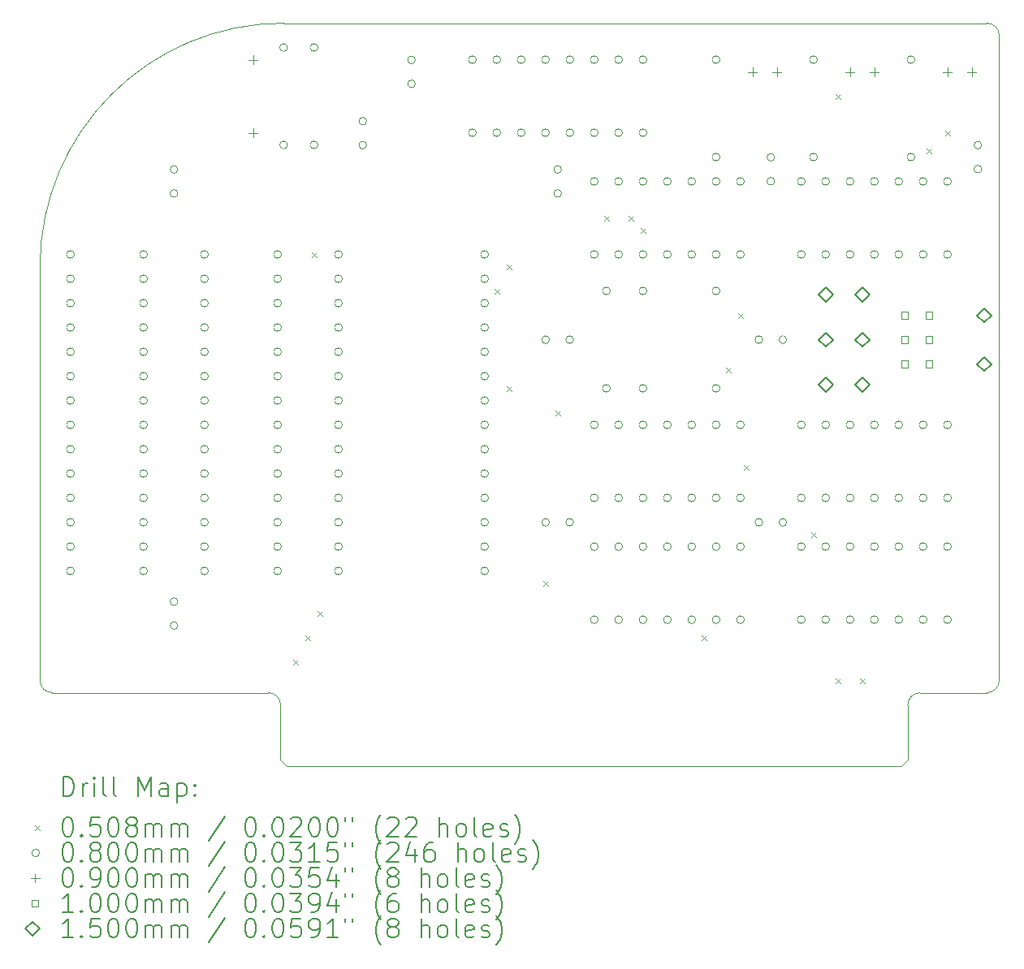
<source format=gbr>
%TF.GenerationSoftware,KiCad,Pcbnew,7.0.2-0*%
%TF.CreationDate,2023-09-02T14:44:19-07:00*%
%TF.ProjectId,LanguageCard,4c616e67-7561-4676-9543-6172642e6b69,2*%
%TF.SameCoordinates,Original*%
%TF.FileFunction,Drillmap*%
%TF.FilePolarity,Positive*%
%FSLAX45Y45*%
G04 Gerber Fmt 4.5, Leading zero omitted, Abs format (unit mm)*
G04 Created by KiCad (PCBNEW 7.0.2-0) date 2023-09-02 14:44:19*
%MOMM*%
%LPD*%
G01*
G04 APERTURE LIST*
%ADD10C,0.100000*%
%ADD11C,0.200000*%
%ADD12C,0.050800*%
%ADD13C,0.080000*%
%ADD14C,0.090000*%
%ADD15C,0.150000*%
G04 APERTURE END LIST*
D10*
X7810500Y-9398000D02*
G75*
G03*
X7937500Y-9525000I127000J0D01*
G01*
X17684750Y-2540000D02*
X10350500Y-2540000D01*
X10318750Y-10223500D02*
X10382250Y-10287000D01*
X16986250Y-9525000D02*
X17684750Y-9525000D01*
X7810500Y-9398000D02*
X7810500Y-5080000D01*
X10318750Y-9652000D02*
G75*
G03*
X10191750Y-9525000I-127000J0D01*
G01*
X17811750Y-9398000D02*
X17811750Y-2667000D01*
X10318750Y-9652000D02*
X10318750Y-10223500D01*
X7937500Y-9525000D02*
X10191750Y-9525000D01*
X17684750Y-9525000D02*
G75*
G03*
X17811750Y-9398000I0J127000D01*
G01*
X17811750Y-2667000D02*
G75*
G03*
X17684750Y-2540000I-127000J0D01*
G01*
X16795750Y-10287000D02*
X10382250Y-10287000D01*
X16859250Y-9652000D02*
X16859250Y-10223500D01*
X16986250Y-9525000D02*
G75*
G03*
X16859250Y-9652000I0J-127000D01*
G01*
X16859250Y-10223500D02*
X16795750Y-10287000D01*
X10350500Y-2540000D02*
G75*
G03*
X7810500Y-5080000I0J-2540000D01*
G01*
D11*
D12*
X10452100Y-9182100D02*
X10502900Y-9232900D01*
X10502900Y-9182100D02*
X10452100Y-9232900D01*
X10579100Y-8928100D02*
X10629900Y-8978900D01*
X10629900Y-8928100D02*
X10579100Y-8978900D01*
X10642600Y-4927600D02*
X10693400Y-4978400D01*
X10693400Y-4927600D02*
X10642600Y-4978400D01*
X10706100Y-8674100D02*
X10756900Y-8724900D01*
X10756900Y-8674100D02*
X10706100Y-8724900D01*
X12547600Y-5308600D02*
X12598400Y-5359400D01*
X12598400Y-5308600D02*
X12547600Y-5359400D01*
X12674600Y-5054600D02*
X12725400Y-5105400D01*
X12725400Y-5054600D02*
X12674600Y-5105400D01*
X12674600Y-6324600D02*
X12725400Y-6375400D01*
X12725400Y-6324600D02*
X12674600Y-6375400D01*
X13055600Y-8356600D02*
X13106400Y-8407400D01*
X13106400Y-8356600D02*
X13055600Y-8407400D01*
X13182600Y-6578600D02*
X13233400Y-6629400D01*
X13233400Y-6578600D02*
X13182600Y-6629400D01*
X13690600Y-4546600D02*
X13741400Y-4597400D01*
X13741400Y-4546600D02*
X13690600Y-4597400D01*
X13944600Y-4546600D02*
X13995400Y-4597400D01*
X13995400Y-4546600D02*
X13944600Y-4597400D01*
X14071600Y-4673600D02*
X14122400Y-4724400D01*
X14122400Y-4673600D02*
X14071600Y-4724400D01*
X14706600Y-8928100D02*
X14757400Y-8978900D01*
X14757400Y-8928100D02*
X14706600Y-8978900D01*
X14960600Y-6134100D02*
X15011400Y-6184900D01*
X15011400Y-6134100D02*
X14960600Y-6184900D01*
X15087600Y-5562600D02*
X15138400Y-5613400D01*
X15138400Y-5562600D02*
X15087600Y-5613400D01*
X15151100Y-7150100D02*
X15201900Y-7200900D01*
X15201900Y-7150100D02*
X15151100Y-7200900D01*
X15849600Y-7848600D02*
X15900400Y-7899400D01*
X15900400Y-7848600D02*
X15849600Y-7899400D01*
X16103600Y-3276600D02*
X16154400Y-3327400D01*
X16154400Y-3276600D02*
X16103600Y-3327400D01*
X16103600Y-9372600D02*
X16154400Y-9423400D01*
X16154400Y-9372600D02*
X16103600Y-9423400D01*
X16357600Y-9372600D02*
X16408400Y-9423400D01*
X16408400Y-9372600D02*
X16357600Y-9423400D01*
X17056100Y-3848100D02*
X17106900Y-3898900D01*
X17106900Y-3848100D02*
X17056100Y-3898900D01*
X17246600Y-3657600D02*
X17297400Y-3708400D01*
X17297400Y-3657600D02*
X17246600Y-3708400D01*
D13*
X8168000Y-4953000D02*
G75*
G03*
X8168000Y-4953000I-40000J0D01*
G01*
X8168000Y-5207000D02*
G75*
G03*
X8168000Y-5207000I-40000J0D01*
G01*
X8168000Y-5461000D02*
G75*
G03*
X8168000Y-5461000I-40000J0D01*
G01*
X8168000Y-5715000D02*
G75*
G03*
X8168000Y-5715000I-40000J0D01*
G01*
X8168000Y-5969000D02*
G75*
G03*
X8168000Y-5969000I-40000J0D01*
G01*
X8168000Y-6223000D02*
G75*
G03*
X8168000Y-6223000I-40000J0D01*
G01*
X8168000Y-6477000D02*
G75*
G03*
X8168000Y-6477000I-40000J0D01*
G01*
X8168000Y-6731000D02*
G75*
G03*
X8168000Y-6731000I-40000J0D01*
G01*
X8168000Y-6985000D02*
G75*
G03*
X8168000Y-6985000I-40000J0D01*
G01*
X8168000Y-7239000D02*
G75*
G03*
X8168000Y-7239000I-40000J0D01*
G01*
X8168000Y-7493000D02*
G75*
G03*
X8168000Y-7493000I-40000J0D01*
G01*
X8168000Y-7747000D02*
G75*
G03*
X8168000Y-7747000I-40000J0D01*
G01*
X8168000Y-8001000D02*
G75*
G03*
X8168000Y-8001000I-40000J0D01*
G01*
X8168000Y-8255000D02*
G75*
G03*
X8168000Y-8255000I-40000J0D01*
G01*
X8930000Y-4953000D02*
G75*
G03*
X8930000Y-4953000I-40000J0D01*
G01*
X8930000Y-5207000D02*
G75*
G03*
X8930000Y-5207000I-40000J0D01*
G01*
X8930000Y-5461000D02*
G75*
G03*
X8930000Y-5461000I-40000J0D01*
G01*
X8930000Y-5715000D02*
G75*
G03*
X8930000Y-5715000I-40000J0D01*
G01*
X8930000Y-5969000D02*
G75*
G03*
X8930000Y-5969000I-40000J0D01*
G01*
X8930000Y-6223000D02*
G75*
G03*
X8930000Y-6223000I-40000J0D01*
G01*
X8930000Y-6477000D02*
G75*
G03*
X8930000Y-6477000I-40000J0D01*
G01*
X8930000Y-6731000D02*
G75*
G03*
X8930000Y-6731000I-40000J0D01*
G01*
X8930000Y-6985000D02*
G75*
G03*
X8930000Y-6985000I-40000J0D01*
G01*
X8930000Y-7239000D02*
G75*
G03*
X8930000Y-7239000I-40000J0D01*
G01*
X8930000Y-7493000D02*
G75*
G03*
X8930000Y-7493000I-40000J0D01*
G01*
X8930000Y-7747000D02*
G75*
G03*
X8930000Y-7747000I-40000J0D01*
G01*
X8930000Y-8001000D02*
G75*
G03*
X8930000Y-8001000I-40000J0D01*
G01*
X8930000Y-8255000D02*
G75*
G03*
X8930000Y-8255000I-40000J0D01*
G01*
X9247500Y-4066000D02*
G75*
G03*
X9247500Y-4066000I-40000J0D01*
G01*
X9247500Y-4316000D02*
G75*
G03*
X9247500Y-4316000I-40000J0D01*
G01*
X9247500Y-8574500D02*
G75*
G03*
X9247500Y-8574500I-40000J0D01*
G01*
X9247500Y-8824500D02*
G75*
G03*
X9247500Y-8824500I-40000J0D01*
G01*
X9565000Y-4953000D02*
G75*
G03*
X9565000Y-4953000I-40000J0D01*
G01*
X9565000Y-5207000D02*
G75*
G03*
X9565000Y-5207000I-40000J0D01*
G01*
X9565000Y-5461000D02*
G75*
G03*
X9565000Y-5461000I-40000J0D01*
G01*
X9565000Y-5715000D02*
G75*
G03*
X9565000Y-5715000I-40000J0D01*
G01*
X9565000Y-5969000D02*
G75*
G03*
X9565000Y-5969000I-40000J0D01*
G01*
X9565000Y-6223000D02*
G75*
G03*
X9565000Y-6223000I-40000J0D01*
G01*
X9565000Y-6477000D02*
G75*
G03*
X9565000Y-6477000I-40000J0D01*
G01*
X9565000Y-6731000D02*
G75*
G03*
X9565000Y-6731000I-40000J0D01*
G01*
X9565000Y-6985000D02*
G75*
G03*
X9565000Y-6985000I-40000J0D01*
G01*
X9565000Y-7239000D02*
G75*
G03*
X9565000Y-7239000I-40000J0D01*
G01*
X9565000Y-7493000D02*
G75*
G03*
X9565000Y-7493000I-40000J0D01*
G01*
X9565000Y-7747000D02*
G75*
G03*
X9565000Y-7747000I-40000J0D01*
G01*
X9565000Y-8001000D02*
G75*
G03*
X9565000Y-8001000I-40000J0D01*
G01*
X9565000Y-8255000D02*
G75*
G03*
X9565000Y-8255000I-40000J0D01*
G01*
X10327000Y-4953000D02*
G75*
G03*
X10327000Y-4953000I-40000J0D01*
G01*
X10327000Y-5207000D02*
G75*
G03*
X10327000Y-5207000I-40000J0D01*
G01*
X10327000Y-5461000D02*
G75*
G03*
X10327000Y-5461000I-40000J0D01*
G01*
X10327000Y-5715000D02*
G75*
G03*
X10327000Y-5715000I-40000J0D01*
G01*
X10327000Y-5969000D02*
G75*
G03*
X10327000Y-5969000I-40000J0D01*
G01*
X10327000Y-6223000D02*
G75*
G03*
X10327000Y-6223000I-40000J0D01*
G01*
X10327000Y-6477000D02*
G75*
G03*
X10327000Y-6477000I-40000J0D01*
G01*
X10327000Y-6731000D02*
G75*
G03*
X10327000Y-6731000I-40000J0D01*
G01*
X10327000Y-6985000D02*
G75*
G03*
X10327000Y-6985000I-40000J0D01*
G01*
X10327000Y-7239000D02*
G75*
G03*
X10327000Y-7239000I-40000J0D01*
G01*
X10327000Y-7493000D02*
G75*
G03*
X10327000Y-7493000I-40000J0D01*
G01*
X10327000Y-7747000D02*
G75*
G03*
X10327000Y-7747000I-40000J0D01*
G01*
X10327000Y-8001000D02*
G75*
G03*
X10327000Y-8001000I-40000J0D01*
G01*
X10327000Y-8255000D02*
G75*
G03*
X10327000Y-8255000I-40000J0D01*
G01*
X10390500Y-2794000D02*
G75*
G03*
X10390500Y-2794000I-40000J0D01*
G01*
X10390500Y-3810000D02*
G75*
G03*
X10390500Y-3810000I-40000J0D01*
G01*
X10708000Y-2794000D02*
G75*
G03*
X10708000Y-2794000I-40000J0D01*
G01*
X10708000Y-3810000D02*
G75*
G03*
X10708000Y-3810000I-40000J0D01*
G01*
X10962000Y-4953000D02*
G75*
G03*
X10962000Y-4953000I-40000J0D01*
G01*
X10962000Y-5207000D02*
G75*
G03*
X10962000Y-5207000I-40000J0D01*
G01*
X10962000Y-5461000D02*
G75*
G03*
X10962000Y-5461000I-40000J0D01*
G01*
X10962000Y-5461000D02*
G75*
G03*
X10962000Y-5461000I-40000J0D01*
G01*
X10962000Y-5715000D02*
G75*
G03*
X10962000Y-5715000I-40000J0D01*
G01*
X10962000Y-5715000D02*
G75*
G03*
X10962000Y-5715000I-40000J0D01*
G01*
X10962000Y-5969000D02*
G75*
G03*
X10962000Y-5969000I-40000J0D01*
G01*
X10962000Y-5969000D02*
G75*
G03*
X10962000Y-5969000I-40000J0D01*
G01*
X10962000Y-6223000D02*
G75*
G03*
X10962000Y-6223000I-40000J0D01*
G01*
X10962000Y-6223000D02*
G75*
G03*
X10962000Y-6223000I-40000J0D01*
G01*
X10962000Y-6477000D02*
G75*
G03*
X10962000Y-6477000I-40000J0D01*
G01*
X10962000Y-6477000D02*
G75*
G03*
X10962000Y-6477000I-40000J0D01*
G01*
X10962000Y-6731000D02*
G75*
G03*
X10962000Y-6731000I-40000J0D01*
G01*
X10962000Y-6731000D02*
G75*
G03*
X10962000Y-6731000I-40000J0D01*
G01*
X10962000Y-6985000D02*
G75*
G03*
X10962000Y-6985000I-40000J0D01*
G01*
X10962000Y-6985000D02*
G75*
G03*
X10962000Y-6985000I-40000J0D01*
G01*
X10962000Y-7239000D02*
G75*
G03*
X10962000Y-7239000I-40000J0D01*
G01*
X10962000Y-7239000D02*
G75*
G03*
X10962000Y-7239000I-40000J0D01*
G01*
X10962000Y-7493000D02*
G75*
G03*
X10962000Y-7493000I-40000J0D01*
G01*
X10962000Y-7493000D02*
G75*
G03*
X10962000Y-7493000I-40000J0D01*
G01*
X10962000Y-7747000D02*
G75*
G03*
X10962000Y-7747000I-40000J0D01*
G01*
X10962000Y-7747000D02*
G75*
G03*
X10962000Y-7747000I-40000J0D01*
G01*
X10962000Y-8001000D02*
G75*
G03*
X10962000Y-8001000I-40000J0D01*
G01*
X10962000Y-8001000D02*
G75*
G03*
X10962000Y-8001000I-40000J0D01*
G01*
X10962000Y-8255000D02*
G75*
G03*
X10962000Y-8255000I-40000J0D01*
G01*
X10962000Y-8255000D02*
G75*
G03*
X10962000Y-8255000I-40000J0D01*
G01*
X11216000Y-3562489D02*
G75*
G03*
X11216000Y-3562489I-40000J0D01*
G01*
X11216000Y-3812489D02*
G75*
G03*
X11216000Y-3812489I-40000J0D01*
G01*
X11724000Y-2923000D02*
G75*
G03*
X11724000Y-2923000I-40000J0D01*
G01*
X11724000Y-3173000D02*
G75*
G03*
X11724000Y-3173000I-40000J0D01*
G01*
X12359000Y-2921000D02*
G75*
G03*
X12359000Y-2921000I-40000J0D01*
G01*
X12359000Y-3683000D02*
G75*
G03*
X12359000Y-3683000I-40000J0D01*
G01*
X12486000Y-4953000D02*
G75*
G03*
X12486000Y-4953000I-40000J0D01*
G01*
X12486000Y-5207000D02*
G75*
G03*
X12486000Y-5207000I-40000J0D01*
G01*
X12486000Y-5461000D02*
G75*
G03*
X12486000Y-5461000I-40000J0D01*
G01*
X12486000Y-5461000D02*
G75*
G03*
X12486000Y-5461000I-40000J0D01*
G01*
X12486000Y-5715000D02*
G75*
G03*
X12486000Y-5715000I-40000J0D01*
G01*
X12486000Y-5715000D02*
G75*
G03*
X12486000Y-5715000I-40000J0D01*
G01*
X12486000Y-5969000D02*
G75*
G03*
X12486000Y-5969000I-40000J0D01*
G01*
X12486000Y-5969000D02*
G75*
G03*
X12486000Y-5969000I-40000J0D01*
G01*
X12486000Y-6223000D02*
G75*
G03*
X12486000Y-6223000I-40000J0D01*
G01*
X12486000Y-6223000D02*
G75*
G03*
X12486000Y-6223000I-40000J0D01*
G01*
X12486000Y-6477000D02*
G75*
G03*
X12486000Y-6477000I-40000J0D01*
G01*
X12486000Y-6477000D02*
G75*
G03*
X12486000Y-6477000I-40000J0D01*
G01*
X12486000Y-6731000D02*
G75*
G03*
X12486000Y-6731000I-40000J0D01*
G01*
X12486000Y-6731000D02*
G75*
G03*
X12486000Y-6731000I-40000J0D01*
G01*
X12486000Y-6985000D02*
G75*
G03*
X12486000Y-6985000I-40000J0D01*
G01*
X12486000Y-6985000D02*
G75*
G03*
X12486000Y-6985000I-40000J0D01*
G01*
X12486000Y-7239000D02*
G75*
G03*
X12486000Y-7239000I-40000J0D01*
G01*
X12486000Y-7239000D02*
G75*
G03*
X12486000Y-7239000I-40000J0D01*
G01*
X12486000Y-7493000D02*
G75*
G03*
X12486000Y-7493000I-40000J0D01*
G01*
X12486000Y-7493000D02*
G75*
G03*
X12486000Y-7493000I-40000J0D01*
G01*
X12486000Y-7747000D02*
G75*
G03*
X12486000Y-7747000I-40000J0D01*
G01*
X12486000Y-7747000D02*
G75*
G03*
X12486000Y-7747000I-40000J0D01*
G01*
X12486000Y-8001000D02*
G75*
G03*
X12486000Y-8001000I-40000J0D01*
G01*
X12486000Y-8001000D02*
G75*
G03*
X12486000Y-8001000I-40000J0D01*
G01*
X12486000Y-8255000D02*
G75*
G03*
X12486000Y-8255000I-40000J0D01*
G01*
X12486000Y-8255000D02*
G75*
G03*
X12486000Y-8255000I-40000J0D01*
G01*
X12613000Y-2921000D02*
G75*
G03*
X12613000Y-2921000I-40000J0D01*
G01*
X12613000Y-3683000D02*
G75*
G03*
X12613000Y-3683000I-40000J0D01*
G01*
X12867000Y-2921000D02*
G75*
G03*
X12867000Y-2921000I-40000J0D01*
G01*
X12867000Y-3683000D02*
G75*
G03*
X12867000Y-3683000I-40000J0D01*
G01*
X13121000Y-2921000D02*
G75*
G03*
X13121000Y-2921000I-40000J0D01*
G01*
X13121000Y-3683000D02*
G75*
G03*
X13121000Y-3683000I-40000J0D01*
G01*
X13123000Y-5842000D02*
G75*
G03*
X13123000Y-5842000I-40000J0D01*
G01*
X13123000Y-7747000D02*
G75*
G03*
X13123000Y-7747000I-40000J0D01*
G01*
X13248000Y-4066000D02*
G75*
G03*
X13248000Y-4066000I-40000J0D01*
G01*
X13248000Y-4316000D02*
G75*
G03*
X13248000Y-4316000I-40000J0D01*
G01*
X13373000Y-5842000D02*
G75*
G03*
X13373000Y-5842000I-40000J0D01*
G01*
X13373000Y-7747000D02*
G75*
G03*
X13373000Y-7747000I-40000J0D01*
G01*
X13375000Y-2921000D02*
G75*
G03*
X13375000Y-2921000I-40000J0D01*
G01*
X13375000Y-3683000D02*
G75*
G03*
X13375000Y-3683000I-40000J0D01*
G01*
X13629000Y-2921000D02*
G75*
G03*
X13629000Y-2921000I-40000J0D01*
G01*
X13629000Y-3683000D02*
G75*
G03*
X13629000Y-3683000I-40000J0D01*
G01*
X13629000Y-4191000D02*
G75*
G03*
X13629000Y-4191000I-40000J0D01*
G01*
X13629000Y-4953000D02*
G75*
G03*
X13629000Y-4953000I-40000J0D01*
G01*
X13629000Y-6731000D02*
G75*
G03*
X13629000Y-6731000I-40000J0D01*
G01*
X13629000Y-7493000D02*
G75*
G03*
X13629000Y-7493000I-40000J0D01*
G01*
X13629500Y-8001000D02*
G75*
G03*
X13629500Y-8001000I-40000J0D01*
G01*
X13629500Y-8763000D02*
G75*
G03*
X13629500Y-8763000I-40000J0D01*
G01*
X13756000Y-5334000D02*
G75*
G03*
X13756000Y-5334000I-40000J0D01*
G01*
X13756000Y-6350000D02*
G75*
G03*
X13756000Y-6350000I-40000J0D01*
G01*
X13883000Y-2921000D02*
G75*
G03*
X13883000Y-2921000I-40000J0D01*
G01*
X13883000Y-3683000D02*
G75*
G03*
X13883000Y-3683000I-40000J0D01*
G01*
X13883000Y-4191000D02*
G75*
G03*
X13883000Y-4191000I-40000J0D01*
G01*
X13883000Y-4953000D02*
G75*
G03*
X13883000Y-4953000I-40000J0D01*
G01*
X13883000Y-6731000D02*
G75*
G03*
X13883000Y-6731000I-40000J0D01*
G01*
X13883000Y-7493000D02*
G75*
G03*
X13883000Y-7493000I-40000J0D01*
G01*
X13883500Y-8001000D02*
G75*
G03*
X13883500Y-8001000I-40000J0D01*
G01*
X13883500Y-8763000D02*
G75*
G03*
X13883500Y-8763000I-40000J0D01*
G01*
X14137000Y-2921000D02*
G75*
G03*
X14137000Y-2921000I-40000J0D01*
G01*
X14137000Y-3683000D02*
G75*
G03*
X14137000Y-3683000I-40000J0D01*
G01*
X14137000Y-4191000D02*
G75*
G03*
X14137000Y-4191000I-40000J0D01*
G01*
X14137000Y-4953000D02*
G75*
G03*
X14137000Y-4953000I-40000J0D01*
G01*
X14137000Y-5334000D02*
G75*
G03*
X14137000Y-5334000I-40000J0D01*
G01*
X14137000Y-6350000D02*
G75*
G03*
X14137000Y-6350000I-40000J0D01*
G01*
X14137000Y-6731000D02*
G75*
G03*
X14137000Y-6731000I-40000J0D01*
G01*
X14137000Y-7493000D02*
G75*
G03*
X14137000Y-7493000I-40000J0D01*
G01*
X14137500Y-8001000D02*
G75*
G03*
X14137500Y-8001000I-40000J0D01*
G01*
X14137500Y-8763000D02*
G75*
G03*
X14137500Y-8763000I-40000J0D01*
G01*
X14391000Y-4191000D02*
G75*
G03*
X14391000Y-4191000I-40000J0D01*
G01*
X14391000Y-4953000D02*
G75*
G03*
X14391000Y-4953000I-40000J0D01*
G01*
X14391000Y-6731000D02*
G75*
G03*
X14391000Y-6731000I-40000J0D01*
G01*
X14391000Y-7493000D02*
G75*
G03*
X14391000Y-7493000I-40000J0D01*
G01*
X14391500Y-8001000D02*
G75*
G03*
X14391500Y-8001000I-40000J0D01*
G01*
X14391500Y-8763000D02*
G75*
G03*
X14391500Y-8763000I-40000J0D01*
G01*
X14645000Y-4191000D02*
G75*
G03*
X14645000Y-4191000I-40000J0D01*
G01*
X14645000Y-4953000D02*
G75*
G03*
X14645000Y-4953000I-40000J0D01*
G01*
X14645000Y-6731000D02*
G75*
G03*
X14645000Y-6731000I-40000J0D01*
G01*
X14645000Y-7493000D02*
G75*
G03*
X14645000Y-7493000I-40000J0D01*
G01*
X14645500Y-8001000D02*
G75*
G03*
X14645500Y-8001000I-40000J0D01*
G01*
X14645500Y-8763000D02*
G75*
G03*
X14645500Y-8763000I-40000J0D01*
G01*
X14899000Y-2921000D02*
G75*
G03*
X14899000Y-2921000I-40000J0D01*
G01*
X14899000Y-3937000D02*
G75*
G03*
X14899000Y-3937000I-40000J0D01*
G01*
X14899000Y-4191000D02*
G75*
G03*
X14899000Y-4191000I-40000J0D01*
G01*
X14899000Y-4953000D02*
G75*
G03*
X14899000Y-4953000I-40000J0D01*
G01*
X14899000Y-5334000D02*
G75*
G03*
X14899000Y-5334000I-40000J0D01*
G01*
X14899000Y-6350000D02*
G75*
G03*
X14899000Y-6350000I-40000J0D01*
G01*
X14899000Y-6731000D02*
G75*
G03*
X14899000Y-6731000I-40000J0D01*
G01*
X14899000Y-7493000D02*
G75*
G03*
X14899000Y-7493000I-40000J0D01*
G01*
X14899500Y-8001000D02*
G75*
G03*
X14899500Y-8001000I-40000J0D01*
G01*
X14899500Y-8763000D02*
G75*
G03*
X14899500Y-8763000I-40000J0D01*
G01*
X15153000Y-4191000D02*
G75*
G03*
X15153000Y-4191000I-40000J0D01*
G01*
X15153000Y-4953000D02*
G75*
G03*
X15153000Y-4953000I-40000J0D01*
G01*
X15153000Y-6731000D02*
G75*
G03*
X15153000Y-6731000I-40000J0D01*
G01*
X15153000Y-7493000D02*
G75*
G03*
X15153000Y-7493000I-40000J0D01*
G01*
X15153500Y-8001000D02*
G75*
G03*
X15153500Y-8001000I-40000J0D01*
G01*
X15153500Y-8763000D02*
G75*
G03*
X15153500Y-8763000I-40000J0D01*
G01*
X15345500Y-5842000D02*
G75*
G03*
X15345500Y-5842000I-40000J0D01*
G01*
X15346000Y-7747000D02*
G75*
G03*
X15346000Y-7747000I-40000J0D01*
G01*
X15470500Y-3939000D02*
G75*
G03*
X15470500Y-3939000I-40000J0D01*
G01*
X15470500Y-4189000D02*
G75*
G03*
X15470500Y-4189000I-40000J0D01*
G01*
X15595500Y-5842000D02*
G75*
G03*
X15595500Y-5842000I-40000J0D01*
G01*
X15596000Y-7747000D02*
G75*
G03*
X15596000Y-7747000I-40000J0D01*
G01*
X15788000Y-4191000D02*
G75*
G03*
X15788000Y-4191000I-40000J0D01*
G01*
X15788000Y-4953000D02*
G75*
G03*
X15788000Y-4953000I-40000J0D01*
G01*
X15788000Y-6731000D02*
G75*
G03*
X15788000Y-6731000I-40000J0D01*
G01*
X15788000Y-7493000D02*
G75*
G03*
X15788000Y-7493000I-40000J0D01*
G01*
X15788000Y-8001000D02*
G75*
G03*
X15788000Y-8001000I-40000J0D01*
G01*
X15788000Y-8763000D02*
G75*
G03*
X15788000Y-8763000I-40000J0D01*
G01*
X15915000Y-2921000D02*
G75*
G03*
X15915000Y-2921000I-40000J0D01*
G01*
X15915000Y-3937000D02*
G75*
G03*
X15915000Y-3937000I-40000J0D01*
G01*
X16042000Y-4191000D02*
G75*
G03*
X16042000Y-4191000I-40000J0D01*
G01*
X16042000Y-4953000D02*
G75*
G03*
X16042000Y-4953000I-40000J0D01*
G01*
X16042000Y-6731000D02*
G75*
G03*
X16042000Y-6731000I-40000J0D01*
G01*
X16042000Y-7493000D02*
G75*
G03*
X16042000Y-7493000I-40000J0D01*
G01*
X16042000Y-8001000D02*
G75*
G03*
X16042000Y-8001000I-40000J0D01*
G01*
X16042000Y-8763000D02*
G75*
G03*
X16042000Y-8763000I-40000J0D01*
G01*
X16296000Y-4191000D02*
G75*
G03*
X16296000Y-4191000I-40000J0D01*
G01*
X16296000Y-4953000D02*
G75*
G03*
X16296000Y-4953000I-40000J0D01*
G01*
X16296000Y-6731000D02*
G75*
G03*
X16296000Y-6731000I-40000J0D01*
G01*
X16296000Y-7493000D02*
G75*
G03*
X16296000Y-7493000I-40000J0D01*
G01*
X16296000Y-8001000D02*
G75*
G03*
X16296000Y-8001000I-40000J0D01*
G01*
X16296000Y-8763000D02*
G75*
G03*
X16296000Y-8763000I-40000J0D01*
G01*
X16550000Y-4191000D02*
G75*
G03*
X16550000Y-4191000I-40000J0D01*
G01*
X16550000Y-4953000D02*
G75*
G03*
X16550000Y-4953000I-40000J0D01*
G01*
X16550000Y-6731000D02*
G75*
G03*
X16550000Y-6731000I-40000J0D01*
G01*
X16550000Y-7493000D02*
G75*
G03*
X16550000Y-7493000I-40000J0D01*
G01*
X16550000Y-8001000D02*
G75*
G03*
X16550000Y-8001000I-40000J0D01*
G01*
X16550000Y-8763000D02*
G75*
G03*
X16550000Y-8763000I-40000J0D01*
G01*
X16804000Y-4191000D02*
G75*
G03*
X16804000Y-4191000I-40000J0D01*
G01*
X16804000Y-4953000D02*
G75*
G03*
X16804000Y-4953000I-40000J0D01*
G01*
X16804000Y-6731000D02*
G75*
G03*
X16804000Y-6731000I-40000J0D01*
G01*
X16804000Y-7493000D02*
G75*
G03*
X16804000Y-7493000I-40000J0D01*
G01*
X16804000Y-8001000D02*
G75*
G03*
X16804000Y-8001000I-40000J0D01*
G01*
X16804000Y-8763000D02*
G75*
G03*
X16804000Y-8763000I-40000J0D01*
G01*
X16931000Y-2921000D02*
G75*
G03*
X16931000Y-2921000I-40000J0D01*
G01*
X16931000Y-3937000D02*
G75*
G03*
X16931000Y-3937000I-40000J0D01*
G01*
X17058000Y-4191000D02*
G75*
G03*
X17058000Y-4191000I-40000J0D01*
G01*
X17058000Y-4953000D02*
G75*
G03*
X17058000Y-4953000I-40000J0D01*
G01*
X17058000Y-6731000D02*
G75*
G03*
X17058000Y-6731000I-40000J0D01*
G01*
X17058000Y-7493000D02*
G75*
G03*
X17058000Y-7493000I-40000J0D01*
G01*
X17058000Y-8001000D02*
G75*
G03*
X17058000Y-8001000I-40000J0D01*
G01*
X17058000Y-8763000D02*
G75*
G03*
X17058000Y-8763000I-40000J0D01*
G01*
X17312000Y-4191000D02*
G75*
G03*
X17312000Y-4191000I-40000J0D01*
G01*
X17312000Y-4953000D02*
G75*
G03*
X17312000Y-4953000I-40000J0D01*
G01*
X17312000Y-6731000D02*
G75*
G03*
X17312000Y-6731000I-40000J0D01*
G01*
X17312000Y-7493000D02*
G75*
G03*
X17312000Y-7493000I-40000J0D01*
G01*
X17312000Y-8001000D02*
G75*
G03*
X17312000Y-8001000I-40000J0D01*
G01*
X17312000Y-8763000D02*
G75*
G03*
X17312000Y-8763000I-40000J0D01*
G01*
X17629500Y-3812000D02*
G75*
G03*
X17629500Y-3812000I-40000J0D01*
G01*
X17629500Y-4062000D02*
G75*
G03*
X17629500Y-4062000I-40000J0D01*
G01*
D14*
X10033000Y-2876000D02*
X10033000Y-2966000D01*
X9988000Y-2921000D02*
X10078000Y-2921000D01*
X10033000Y-3638000D02*
X10033000Y-3728000D01*
X9988000Y-3683000D02*
X10078000Y-3683000D01*
X15240000Y-3003000D02*
X15240000Y-3093000D01*
X15195000Y-3048000D02*
X15285000Y-3048000D01*
X15494000Y-3003000D02*
X15494000Y-3093000D01*
X15449000Y-3048000D02*
X15539000Y-3048000D01*
X16256000Y-3003000D02*
X16256000Y-3093000D01*
X16211000Y-3048000D02*
X16301000Y-3048000D01*
X16510000Y-3003000D02*
X16510000Y-3093000D01*
X16465000Y-3048000D02*
X16555000Y-3048000D01*
X17272000Y-3003000D02*
X17272000Y-3093000D01*
X17227000Y-3048000D02*
X17317000Y-3048000D01*
X17526000Y-3003000D02*
X17526000Y-3093000D01*
X17481000Y-3048000D02*
X17571000Y-3048000D01*
D10*
X16862856Y-5623356D02*
X16862856Y-5552644D01*
X16792144Y-5552644D01*
X16792144Y-5623356D01*
X16862856Y-5623356D01*
X16862856Y-5877356D02*
X16862856Y-5806644D01*
X16792144Y-5806644D01*
X16792144Y-5877356D01*
X16862856Y-5877356D01*
X16862856Y-6131356D02*
X16862856Y-6060644D01*
X16792144Y-6060644D01*
X16792144Y-6131356D01*
X16862856Y-6131356D01*
X17116856Y-5623356D02*
X17116856Y-5552644D01*
X17046144Y-5552644D01*
X17046144Y-5623356D01*
X17116856Y-5623356D01*
X17116856Y-5877356D02*
X17116856Y-5806644D01*
X17046144Y-5806644D01*
X17046144Y-5877356D01*
X17116856Y-5877356D01*
X17116856Y-6131356D02*
X17116856Y-6060644D01*
X17046144Y-6060644D01*
X17046144Y-6131356D01*
X17116856Y-6131356D01*
D15*
X16002000Y-5447100D02*
X16077000Y-5372100D01*
X16002000Y-5297100D01*
X15927000Y-5372100D01*
X16002000Y-5447100D01*
X16002000Y-5917000D02*
X16077000Y-5842000D01*
X16002000Y-5767000D01*
X15927000Y-5842000D01*
X16002000Y-5917000D01*
X16002000Y-6386900D02*
X16077000Y-6311900D01*
X16002000Y-6236900D01*
X15927000Y-6311900D01*
X16002000Y-6386900D01*
X16383000Y-5447100D02*
X16458000Y-5372100D01*
X16383000Y-5297100D01*
X16308000Y-5372100D01*
X16383000Y-5447100D01*
X16383000Y-5917000D02*
X16458000Y-5842000D01*
X16383000Y-5767000D01*
X16308000Y-5842000D01*
X16383000Y-5917000D01*
X16383000Y-6386900D02*
X16458000Y-6311900D01*
X16383000Y-6236900D01*
X16308000Y-6311900D01*
X16383000Y-6386900D01*
X17653000Y-5663000D02*
X17728000Y-5588000D01*
X17653000Y-5513000D01*
X17578000Y-5588000D01*
X17653000Y-5663000D01*
X17653000Y-6171000D02*
X17728000Y-6096000D01*
X17653000Y-6021000D01*
X17578000Y-6096000D01*
X17653000Y-6171000D01*
D11*
X8053119Y-10604524D02*
X8053119Y-10404524D01*
X8053119Y-10404524D02*
X8100738Y-10404524D01*
X8100738Y-10404524D02*
X8129309Y-10414048D01*
X8129309Y-10414048D02*
X8148357Y-10433095D01*
X8148357Y-10433095D02*
X8157881Y-10452143D01*
X8157881Y-10452143D02*
X8167405Y-10490238D01*
X8167405Y-10490238D02*
X8167405Y-10518810D01*
X8167405Y-10518810D02*
X8157881Y-10556905D01*
X8157881Y-10556905D02*
X8148357Y-10575952D01*
X8148357Y-10575952D02*
X8129309Y-10595000D01*
X8129309Y-10595000D02*
X8100738Y-10604524D01*
X8100738Y-10604524D02*
X8053119Y-10604524D01*
X8253119Y-10604524D02*
X8253119Y-10471190D01*
X8253119Y-10509286D02*
X8262643Y-10490238D01*
X8262643Y-10490238D02*
X8272167Y-10480714D01*
X8272167Y-10480714D02*
X8291214Y-10471190D01*
X8291214Y-10471190D02*
X8310262Y-10471190D01*
X8376928Y-10604524D02*
X8376928Y-10471190D01*
X8376928Y-10404524D02*
X8367405Y-10414048D01*
X8367405Y-10414048D02*
X8376928Y-10423571D01*
X8376928Y-10423571D02*
X8386452Y-10414048D01*
X8386452Y-10414048D02*
X8376928Y-10404524D01*
X8376928Y-10404524D02*
X8376928Y-10423571D01*
X8500738Y-10604524D02*
X8481690Y-10595000D01*
X8481690Y-10595000D02*
X8472167Y-10575952D01*
X8472167Y-10575952D02*
X8472167Y-10404524D01*
X8605500Y-10604524D02*
X8586452Y-10595000D01*
X8586452Y-10595000D02*
X8576929Y-10575952D01*
X8576929Y-10575952D02*
X8576929Y-10404524D01*
X8834071Y-10604524D02*
X8834071Y-10404524D01*
X8834071Y-10404524D02*
X8900738Y-10547381D01*
X8900738Y-10547381D02*
X8967405Y-10404524D01*
X8967405Y-10404524D02*
X8967405Y-10604524D01*
X9148357Y-10604524D02*
X9148357Y-10499762D01*
X9148357Y-10499762D02*
X9138833Y-10480714D01*
X9138833Y-10480714D02*
X9119786Y-10471190D01*
X9119786Y-10471190D02*
X9081690Y-10471190D01*
X9081690Y-10471190D02*
X9062643Y-10480714D01*
X9148357Y-10595000D02*
X9129310Y-10604524D01*
X9129310Y-10604524D02*
X9081690Y-10604524D01*
X9081690Y-10604524D02*
X9062643Y-10595000D01*
X9062643Y-10595000D02*
X9053119Y-10575952D01*
X9053119Y-10575952D02*
X9053119Y-10556905D01*
X9053119Y-10556905D02*
X9062643Y-10537857D01*
X9062643Y-10537857D02*
X9081690Y-10528333D01*
X9081690Y-10528333D02*
X9129310Y-10528333D01*
X9129310Y-10528333D02*
X9148357Y-10518810D01*
X9243595Y-10471190D02*
X9243595Y-10671190D01*
X9243595Y-10480714D02*
X9262643Y-10471190D01*
X9262643Y-10471190D02*
X9300738Y-10471190D01*
X9300738Y-10471190D02*
X9319786Y-10480714D01*
X9319786Y-10480714D02*
X9329310Y-10490238D01*
X9329310Y-10490238D02*
X9338833Y-10509286D01*
X9338833Y-10509286D02*
X9338833Y-10566429D01*
X9338833Y-10566429D02*
X9329310Y-10585476D01*
X9329310Y-10585476D02*
X9319786Y-10595000D01*
X9319786Y-10595000D02*
X9300738Y-10604524D01*
X9300738Y-10604524D02*
X9262643Y-10604524D01*
X9262643Y-10604524D02*
X9243595Y-10595000D01*
X9424548Y-10585476D02*
X9434071Y-10595000D01*
X9434071Y-10595000D02*
X9424548Y-10604524D01*
X9424548Y-10604524D02*
X9415024Y-10595000D01*
X9415024Y-10595000D02*
X9424548Y-10585476D01*
X9424548Y-10585476D02*
X9424548Y-10604524D01*
X9424548Y-10480714D02*
X9434071Y-10490238D01*
X9434071Y-10490238D02*
X9424548Y-10499762D01*
X9424548Y-10499762D02*
X9415024Y-10490238D01*
X9415024Y-10490238D02*
X9424548Y-10480714D01*
X9424548Y-10480714D02*
X9424548Y-10499762D01*
D12*
X7754700Y-10906600D02*
X7805500Y-10957400D01*
X7805500Y-10906600D02*
X7754700Y-10957400D01*
D11*
X8091214Y-10824524D02*
X8110262Y-10824524D01*
X8110262Y-10824524D02*
X8129309Y-10834048D01*
X8129309Y-10834048D02*
X8138833Y-10843571D01*
X8138833Y-10843571D02*
X8148357Y-10862619D01*
X8148357Y-10862619D02*
X8157881Y-10900714D01*
X8157881Y-10900714D02*
X8157881Y-10948333D01*
X8157881Y-10948333D02*
X8148357Y-10986429D01*
X8148357Y-10986429D02*
X8138833Y-11005476D01*
X8138833Y-11005476D02*
X8129309Y-11015000D01*
X8129309Y-11015000D02*
X8110262Y-11024524D01*
X8110262Y-11024524D02*
X8091214Y-11024524D01*
X8091214Y-11024524D02*
X8072167Y-11015000D01*
X8072167Y-11015000D02*
X8062643Y-11005476D01*
X8062643Y-11005476D02*
X8053119Y-10986429D01*
X8053119Y-10986429D02*
X8043595Y-10948333D01*
X8043595Y-10948333D02*
X8043595Y-10900714D01*
X8043595Y-10900714D02*
X8053119Y-10862619D01*
X8053119Y-10862619D02*
X8062643Y-10843571D01*
X8062643Y-10843571D02*
X8072167Y-10834048D01*
X8072167Y-10834048D02*
X8091214Y-10824524D01*
X8243595Y-11005476D02*
X8253119Y-11015000D01*
X8253119Y-11015000D02*
X8243595Y-11024524D01*
X8243595Y-11024524D02*
X8234071Y-11015000D01*
X8234071Y-11015000D02*
X8243595Y-11005476D01*
X8243595Y-11005476D02*
X8243595Y-11024524D01*
X8434071Y-10824524D02*
X8338833Y-10824524D01*
X8338833Y-10824524D02*
X8329309Y-10919762D01*
X8329309Y-10919762D02*
X8338833Y-10910238D01*
X8338833Y-10910238D02*
X8357881Y-10900714D01*
X8357881Y-10900714D02*
X8405500Y-10900714D01*
X8405500Y-10900714D02*
X8424548Y-10910238D01*
X8424548Y-10910238D02*
X8434071Y-10919762D01*
X8434071Y-10919762D02*
X8443595Y-10938810D01*
X8443595Y-10938810D02*
X8443595Y-10986429D01*
X8443595Y-10986429D02*
X8434071Y-11005476D01*
X8434071Y-11005476D02*
X8424548Y-11015000D01*
X8424548Y-11015000D02*
X8405500Y-11024524D01*
X8405500Y-11024524D02*
X8357881Y-11024524D01*
X8357881Y-11024524D02*
X8338833Y-11015000D01*
X8338833Y-11015000D02*
X8329309Y-11005476D01*
X8567405Y-10824524D02*
X8586452Y-10824524D01*
X8586452Y-10824524D02*
X8605500Y-10834048D01*
X8605500Y-10834048D02*
X8615024Y-10843571D01*
X8615024Y-10843571D02*
X8624548Y-10862619D01*
X8624548Y-10862619D02*
X8634071Y-10900714D01*
X8634071Y-10900714D02*
X8634071Y-10948333D01*
X8634071Y-10948333D02*
X8624548Y-10986429D01*
X8624548Y-10986429D02*
X8615024Y-11005476D01*
X8615024Y-11005476D02*
X8605500Y-11015000D01*
X8605500Y-11015000D02*
X8586452Y-11024524D01*
X8586452Y-11024524D02*
X8567405Y-11024524D01*
X8567405Y-11024524D02*
X8548357Y-11015000D01*
X8548357Y-11015000D02*
X8538833Y-11005476D01*
X8538833Y-11005476D02*
X8529310Y-10986429D01*
X8529310Y-10986429D02*
X8519786Y-10948333D01*
X8519786Y-10948333D02*
X8519786Y-10900714D01*
X8519786Y-10900714D02*
X8529310Y-10862619D01*
X8529310Y-10862619D02*
X8538833Y-10843571D01*
X8538833Y-10843571D02*
X8548357Y-10834048D01*
X8548357Y-10834048D02*
X8567405Y-10824524D01*
X8748357Y-10910238D02*
X8729310Y-10900714D01*
X8729310Y-10900714D02*
X8719786Y-10891190D01*
X8719786Y-10891190D02*
X8710262Y-10872143D01*
X8710262Y-10872143D02*
X8710262Y-10862619D01*
X8710262Y-10862619D02*
X8719786Y-10843571D01*
X8719786Y-10843571D02*
X8729310Y-10834048D01*
X8729310Y-10834048D02*
X8748357Y-10824524D01*
X8748357Y-10824524D02*
X8786452Y-10824524D01*
X8786452Y-10824524D02*
X8805500Y-10834048D01*
X8805500Y-10834048D02*
X8815024Y-10843571D01*
X8815024Y-10843571D02*
X8824548Y-10862619D01*
X8824548Y-10862619D02*
X8824548Y-10872143D01*
X8824548Y-10872143D02*
X8815024Y-10891190D01*
X8815024Y-10891190D02*
X8805500Y-10900714D01*
X8805500Y-10900714D02*
X8786452Y-10910238D01*
X8786452Y-10910238D02*
X8748357Y-10910238D01*
X8748357Y-10910238D02*
X8729310Y-10919762D01*
X8729310Y-10919762D02*
X8719786Y-10929286D01*
X8719786Y-10929286D02*
X8710262Y-10948333D01*
X8710262Y-10948333D02*
X8710262Y-10986429D01*
X8710262Y-10986429D02*
X8719786Y-11005476D01*
X8719786Y-11005476D02*
X8729310Y-11015000D01*
X8729310Y-11015000D02*
X8748357Y-11024524D01*
X8748357Y-11024524D02*
X8786452Y-11024524D01*
X8786452Y-11024524D02*
X8805500Y-11015000D01*
X8805500Y-11015000D02*
X8815024Y-11005476D01*
X8815024Y-11005476D02*
X8824548Y-10986429D01*
X8824548Y-10986429D02*
X8824548Y-10948333D01*
X8824548Y-10948333D02*
X8815024Y-10929286D01*
X8815024Y-10929286D02*
X8805500Y-10919762D01*
X8805500Y-10919762D02*
X8786452Y-10910238D01*
X8910262Y-11024524D02*
X8910262Y-10891190D01*
X8910262Y-10910238D02*
X8919786Y-10900714D01*
X8919786Y-10900714D02*
X8938833Y-10891190D01*
X8938833Y-10891190D02*
X8967405Y-10891190D01*
X8967405Y-10891190D02*
X8986452Y-10900714D01*
X8986452Y-10900714D02*
X8995976Y-10919762D01*
X8995976Y-10919762D02*
X8995976Y-11024524D01*
X8995976Y-10919762D02*
X9005500Y-10900714D01*
X9005500Y-10900714D02*
X9024548Y-10891190D01*
X9024548Y-10891190D02*
X9053119Y-10891190D01*
X9053119Y-10891190D02*
X9072167Y-10900714D01*
X9072167Y-10900714D02*
X9081691Y-10919762D01*
X9081691Y-10919762D02*
X9081691Y-11024524D01*
X9176929Y-11024524D02*
X9176929Y-10891190D01*
X9176929Y-10910238D02*
X9186452Y-10900714D01*
X9186452Y-10900714D02*
X9205500Y-10891190D01*
X9205500Y-10891190D02*
X9234072Y-10891190D01*
X9234072Y-10891190D02*
X9253119Y-10900714D01*
X9253119Y-10900714D02*
X9262643Y-10919762D01*
X9262643Y-10919762D02*
X9262643Y-11024524D01*
X9262643Y-10919762D02*
X9272167Y-10900714D01*
X9272167Y-10900714D02*
X9291214Y-10891190D01*
X9291214Y-10891190D02*
X9319786Y-10891190D01*
X9319786Y-10891190D02*
X9338833Y-10900714D01*
X9338833Y-10900714D02*
X9348357Y-10919762D01*
X9348357Y-10919762D02*
X9348357Y-11024524D01*
X9738833Y-10815000D02*
X9567405Y-11072143D01*
X9995976Y-10824524D02*
X10015024Y-10824524D01*
X10015024Y-10824524D02*
X10034072Y-10834048D01*
X10034072Y-10834048D02*
X10043595Y-10843571D01*
X10043595Y-10843571D02*
X10053119Y-10862619D01*
X10053119Y-10862619D02*
X10062643Y-10900714D01*
X10062643Y-10900714D02*
X10062643Y-10948333D01*
X10062643Y-10948333D02*
X10053119Y-10986429D01*
X10053119Y-10986429D02*
X10043595Y-11005476D01*
X10043595Y-11005476D02*
X10034072Y-11015000D01*
X10034072Y-11015000D02*
X10015024Y-11024524D01*
X10015024Y-11024524D02*
X9995976Y-11024524D01*
X9995976Y-11024524D02*
X9976929Y-11015000D01*
X9976929Y-11015000D02*
X9967405Y-11005476D01*
X9967405Y-11005476D02*
X9957881Y-10986429D01*
X9957881Y-10986429D02*
X9948357Y-10948333D01*
X9948357Y-10948333D02*
X9948357Y-10900714D01*
X9948357Y-10900714D02*
X9957881Y-10862619D01*
X9957881Y-10862619D02*
X9967405Y-10843571D01*
X9967405Y-10843571D02*
X9976929Y-10834048D01*
X9976929Y-10834048D02*
X9995976Y-10824524D01*
X10148357Y-11005476D02*
X10157881Y-11015000D01*
X10157881Y-11015000D02*
X10148357Y-11024524D01*
X10148357Y-11024524D02*
X10138834Y-11015000D01*
X10138834Y-11015000D02*
X10148357Y-11005476D01*
X10148357Y-11005476D02*
X10148357Y-11024524D01*
X10281691Y-10824524D02*
X10300738Y-10824524D01*
X10300738Y-10824524D02*
X10319786Y-10834048D01*
X10319786Y-10834048D02*
X10329310Y-10843571D01*
X10329310Y-10843571D02*
X10338834Y-10862619D01*
X10338834Y-10862619D02*
X10348357Y-10900714D01*
X10348357Y-10900714D02*
X10348357Y-10948333D01*
X10348357Y-10948333D02*
X10338834Y-10986429D01*
X10338834Y-10986429D02*
X10329310Y-11005476D01*
X10329310Y-11005476D02*
X10319786Y-11015000D01*
X10319786Y-11015000D02*
X10300738Y-11024524D01*
X10300738Y-11024524D02*
X10281691Y-11024524D01*
X10281691Y-11024524D02*
X10262643Y-11015000D01*
X10262643Y-11015000D02*
X10253119Y-11005476D01*
X10253119Y-11005476D02*
X10243595Y-10986429D01*
X10243595Y-10986429D02*
X10234072Y-10948333D01*
X10234072Y-10948333D02*
X10234072Y-10900714D01*
X10234072Y-10900714D02*
X10243595Y-10862619D01*
X10243595Y-10862619D02*
X10253119Y-10843571D01*
X10253119Y-10843571D02*
X10262643Y-10834048D01*
X10262643Y-10834048D02*
X10281691Y-10824524D01*
X10424548Y-10843571D02*
X10434072Y-10834048D01*
X10434072Y-10834048D02*
X10453119Y-10824524D01*
X10453119Y-10824524D02*
X10500738Y-10824524D01*
X10500738Y-10824524D02*
X10519786Y-10834048D01*
X10519786Y-10834048D02*
X10529310Y-10843571D01*
X10529310Y-10843571D02*
X10538834Y-10862619D01*
X10538834Y-10862619D02*
X10538834Y-10881667D01*
X10538834Y-10881667D02*
X10529310Y-10910238D01*
X10529310Y-10910238D02*
X10415024Y-11024524D01*
X10415024Y-11024524D02*
X10538834Y-11024524D01*
X10662643Y-10824524D02*
X10681691Y-10824524D01*
X10681691Y-10824524D02*
X10700738Y-10834048D01*
X10700738Y-10834048D02*
X10710262Y-10843571D01*
X10710262Y-10843571D02*
X10719786Y-10862619D01*
X10719786Y-10862619D02*
X10729310Y-10900714D01*
X10729310Y-10900714D02*
X10729310Y-10948333D01*
X10729310Y-10948333D02*
X10719786Y-10986429D01*
X10719786Y-10986429D02*
X10710262Y-11005476D01*
X10710262Y-11005476D02*
X10700738Y-11015000D01*
X10700738Y-11015000D02*
X10681691Y-11024524D01*
X10681691Y-11024524D02*
X10662643Y-11024524D01*
X10662643Y-11024524D02*
X10643595Y-11015000D01*
X10643595Y-11015000D02*
X10634072Y-11005476D01*
X10634072Y-11005476D02*
X10624548Y-10986429D01*
X10624548Y-10986429D02*
X10615024Y-10948333D01*
X10615024Y-10948333D02*
X10615024Y-10900714D01*
X10615024Y-10900714D02*
X10624548Y-10862619D01*
X10624548Y-10862619D02*
X10634072Y-10843571D01*
X10634072Y-10843571D02*
X10643595Y-10834048D01*
X10643595Y-10834048D02*
X10662643Y-10824524D01*
X10853119Y-10824524D02*
X10872167Y-10824524D01*
X10872167Y-10824524D02*
X10891215Y-10834048D01*
X10891215Y-10834048D02*
X10900738Y-10843571D01*
X10900738Y-10843571D02*
X10910262Y-10862619D01*
X10910262Y-10862619D02*
X10919786Y-10900714D01*
X10919786Y-10900714D02*
X10919786Y-10948333D01*
X10919786Y-10948333D02*
X10910262Y-10986429D01*
X10910262Y-10986429D02*
X10900738Y-11005476D01*
X10900738Y-11005476D02*
X10891215Y-11015000D01*
X10891215Y-11015000D02*
X10872167Y-11024524D01*
X10872167Y-11024524D02*
X10853119Y-11024524D01*
X10853119Y-11024524D02*
X10834072Y-11015000D01*
X10834072Y-11015000D02*
X10824548Y-11005476D01*
X10824548Y-11005476D02*
X10815024Y-10986429D01*
X10815024Y-10986429D02*
X10805500Y-10948333D01*
X10805500Y-10948333D02*
X10805500Y-10900714D01*
X10805500Y-10900714D02*
X10815024Y-10862619D01*
X10815024Y-10862619D02*
X10824548Y-10843571D01*
X10824548Y-10843571D02*
X10834072Y-10834048D01*
X10834072Y-10834048D02*
X10853119Y-10824524D01*
X10995976Y-10824524D02*
X10995976Y-10862619D01*
X11072167Y-10824524D02*
X11072167Y-10862619D01*
X11367405Y-11100714D02*
X11357881Y-11091190D01*
X11357881Y-11091190D02*
X11338834Y-11062619D01*
X11338834Y-11062619D02*
X11329310Y-11043571D01*
X11329310Y-11043571D02*
X11319786Y-11015000D01*
X11319786Y-11015000D02*
X11310262Y-10967381D01*
X11310262Y-10967381D02*
X11310262Y-10929286D01*
X11310262Y-10929286D02*
X11319786Y-10881667D01*
X11319786Y-10881667D02*
X11329310Y-10853095D01*
X11329310Y-10853095D02*
X11338834Y-10834048D01*
X11338834Y-10834048D02*
X11357881Y-10805476D01*
X11357881Y-10805476D02*
X11367405Y-10795952D01*
X11434072Y-10843571D02*
X11443595Y-10834048D01*
X11443595Y-10834048D02*
X11462643Y-10824524D01*
X11462643Y-10824524D02*
X11510262Y-10824524D01*
X11510262Y-10824524D02*
X11529310Y-10834048D01*
X11529310Y-10834048D02*
X11538834Y-10843571D01*
X11538834Y-10843571D02*
X11548357Y-10862619D01*
X11548357Y-10862619D02*
X11548357Y-10881667D01*
X11548357Y-10881667D02*
X11538834Y-10910238D01*
X11538834Y-10910238D02*
X11424548Y-11024524D01*
X11424548Y-11024524D02*
X11548357Y-11024524D01*
X11624548Y-10843571D02*
X11634072Y-10834048D01*
X11634072Y-10834048D02*
X11653119Y-10824524D01*
X11653119Y-10824524D02*
X11700738Y-10824524D01*
X11700738Y-10824524D02*
X11719786Y-10834048D01*
X11719786Y-10834048D02*
X11729310Y-10843571D01*
X11729310Y-10843571D02*
X11738834Y-10862619D01*
X11738834Y-10862619D02*
X11738834Y-10881667D01*
X11738834Y-10881667D02*
X11729310Y-10910238D01*
X11729310Y-10910238D02*
X11615024Y-11024524D01*
X11615024Y-11024524D02*
X11738834Y-11024524D01*
X11976929Y-11024524D02*
X11976929Y-10824524D01*
X12062643Y-11024524D02*
X12062643Y-10919762D01*
X12062643Y-10919762D02*
X12053119Y-10900714D01*
X12053119Y-10900714D02*
X12034072Y-10891190D01*
X12034072Y-10891190D02*
X12005500Y-10891190D01*
X12005500Y-10891190D02*
X11986453Y-10900714D01*
X11986453Y-10900714D02*
X11976929Y-10910238D01*
X12186453Y-11024524D02*
X12167405Y-11015000D01*
X12167405Y-11015000D02*
X12157881Y-11005476D01*
X12157881Y-11005476D02*
X12148357Y-10986429D01*
X12148357Y-10986429D02*
X12148357Y-10929286D01*
X12148357Y-10929286D02*
X12157881Y-10910238D01*
X12157881Y-10910238D02*
X12167405Y-10900714D01*
X12167405Y-10900714D02*
X12186453Y-10891190D01*
X12186453Y-10891190D02*
X12215024Y-10891190D01*
X12215024Y-10891190D02*
X12234072Y-10900714D01*
X12234072Y-10900714D02*
X12243596Y-10910238D01*
X12243596Y-10910238D02*
X12253119Y-10929286D01*
X12253119Y-10929286D02*
X12253119Y-10986429D01*
X12253119Y-10986429D02*
X12243596Y-11005476D01*
X12243596Y-11005476D02*
X12234072Y-11015000D01*
X12234072Y-11015000D02*
X12215024Y-11024524D01*
X12215024Y-11024524D02*
X12186453Y-11024524D01*
X12367405Y-11024524D02*
X12348357Y-11015000D01*
X12348357Y-11015000D02*
X12338834Y-10995952D01*
X12338834Y-10995952D02*
X12338834Y-10824524D01*
X12519786Y-11015000D02*
X12500738Y-11024524D01*
X12500738Y-11024524D02*
X12462643Y-11024524D01*
X12462643Y-11024524D02*
X12443596Y-11015000D01*
X12443596Y-11015000D02*
X12434072Y-10995952D01*
X12434072Y-10995952D02*
X12434072Y-10919762D01*
X12434072Y-10919762D02*
X12443596Y-10900714D01*
X12443596Y-10900714D02*
X12462643Y-10891190D01*
X12462643Y-10891190D02*
X12500738Y-10891190D01*
X12500738Y-10891190D02*
X12519786Y-10900714D01*
X12519786Y-10900714D02*
X12529310Y-10919762D01*
X12529310Y-10919762D02*
X12529310Y-10938810D01*
X12529310Y-10938810D02*
X12434072Y-10957857D01*
X12605500Y-11015000D02*
X12624548Y-11024524D01*
X12624548Y-11024524D02*
X12662643Y-11024524D01*
X12662643Y-11024524D02*
X12681691Y-11015000D01*
X12681691Y-11015000D02*
X12691215Y-10995952D01*
X12691215Y-10995952D02*
X12691215Y-10986429D01*
X12691215Y-10986429D02*
X12681691Y-10967381D01*
X12681691Y-10967381D02*
X12662643Y-10957857D01*
X12662643Y-10957857D02*
X12634072Y-10957857D01*
X12634072Y-10957857D02*
X12615024Y-10948333D01*
X12615024Y-10948333D02*
X12605500Y-10929286D01*
X12605500Y-10929286D02*
X12605500Y-10919762D01*
X12605500Y-10919762D02*
X12615024Y-10900714D01*
X12615024Y-10900714D02*
X12634072Y-10891190D01*
X12634072Y-10891190D02*
X12662643Y-10891190D01*
X12662643Y-10891190D02*
X12681691Y-10900714D01*
X12757881Y-11100714D02*
X12767405Y-11091190D01*
X12767405Y-11091190D02*
X12786453Y-11062619D01*
X12786453Y-11062619D02*
X12795977Y-11043571D01*
X12795977Y-11043571D02*
X12805500Y-11015000D01*
X12805500Y-11015000D02*
X12815024Y-10967381D01*
X12815024Y-10967381D02*
X12815024Y-10929286D01*
X12815024Y-10929286D02*
X12805500Y-10881667D01*
X12805500Y-10881667D02*
X12795977Y-10853095D01*
X12795977Y-10853095D02*
X12786453Y-10834048D01*
X12786453Y-10834048D02*
X12767405Y-10805476D01*
X12767405Y-10805476D02*
X12757881Y-10795952D01*
D13*
X7805500Y-11196000D02*
G75*
G03*
X7805500Y-11196000I-40000J0D01*
G01*
D11*
X8091214Y-11088524D02*
X8110262Y-11088524D01*
X8110262Y-11088524D02*
X8129309Y-11098048D01*
X8129309Y-11098048D02*
X8138833Y-11107571D01*
X8138833Y-11107571D02*
X8148357Y-11126619D01*
X8148357Y-11126619D02*
X8157881Y-11164714D01*
X8157881Y-11164714D02*
X8157881Y-11212333D01*
X8157881Y-11212333D02*
X8148357Y-11250428D01*
X8148357Y-11250428D02*
X8138833Y-11269476D01*
X8138833Y-11269476D02*
X8129309Y-11279000D01*
X8129309Y-11279000D02*
X8110262Y-11288524D01*
X8110262Y-11288524D02*
X8091214Y-11288524D01*
X8091214Y-11288524D02*
X8072167Y-11279000D01*
X8072167Y-11279000D02*
X8062643Y-11269476D01*
X8062643Y-11269476D02*
X8053119Y-11250428D01*
X8053119Y-11250428D02*
X8043595Y-11212333D01*
X8043595Y-11212333D02*
X8043595Y-11164714D01*
X8043595Y-11164714D02*
X8053119Y-11126619D01*
X8053119Y-11126619D02*
X8062643Y-11107571D01*
X8062643Y-11107571D02*
X8072167Y-11098048D01*
X8072167Y-11098048D02*
X8091214Y-11088524D01*
X8243595Y-11269476D02*
X8253119Y-11279000D01*
X8253119Y-11279000D02*
X8243595Y-11288524D01*
X8243595Y-11288524D02*
X8234071Y-11279000D01*
X8234071Y-11279000D02*
X8243595Y-11269476D01*
X8243595Y-11269476D02*
X8243595Y-11288524D01*
X8367405Y-11174238D02*
X8348357Y-11164714D01*
X8348357Y-11164714D02*
X8338833Y-11155190D01*
X8338833Y-11155190D02*
X8329309Y-11136143D01*
X8329309Y-11136143D02*
X8329309Y-11126619D01*
X8329309Y-11126619D02*
X8338833Y-11107571D01*
X8338833Y-11107571D02*
X8348357Y-11098048D01*
X8348357Y-11098048D02*
X8367405Y-11088524D01*
X8367405Y-11088524D02*
X8405500Y-11088524D01*
X8405500Y-11088524D02*
X8424548Y-11098048D01*
X8424548Y-11098048D02*
X8434071Y-11107571D01*
X8434071Y-11107571D02*
X8443595Y-11126619D01*
X8443595Y-11126619D02*
X8443595Y-11136143D01*
X8443595Y-11136143D02*
X8434071Y-11155190D01*
X8434071Y-11155190D02*
X8424548Y-11164714D01*
X8424548Y-11164714D02*
X8405500Y-11174238D01*
X8405500Y-11174238D02*
X8367405Y-11174238D01*
X8367405Y-11174238D02*
X8348357Y-11183762D01*
X8348357Y-11183762D02*
X8338833Y-11193286D01*
X8338833Y-11193286D02*
X8329309Y-11212333D01*
X8329309Y-11212333D02*
X8329309Y-11250428D01*
X8329309Y-11250428D02*
X8338833Y-11269476D01*
X8338833Y-11269476D02*
X8348357Y-11279000D01*
X8348357Y-11279000D02*
X8367405Y-11288524D01*
X8367405Y-11288524D02*
X8405500Y-11288524D01*
X8405500Y-11288524D02*
X8424548Y-11279000D01*
X8424548Y-11279000D02*
X8434071Y-11269476D01*
X8434071Y-11269476D02*
X8443595Y-11250428D01*
X8443595Y-11250428D02*
X8443595Y-11212333D01*
X8443595Y-11212333D02*
X8434071Y-11193286D01*
X8434071Y-11193286D02*
X8424548Y-11183762D01*
X8424548Y-11183762D02*
X8405500Y-11174238D01*
X8567405Y-11088524D02*
X8586452Y-11088524D01*
X8586452Y-11088524D02*
X8605500Y-11098048D01*
X8605500Y-11098048D02*
X8615024Y-11107571D01*
X8615024Y-11107571D02*
X8624548Y-11126619D01*
X8624548Y-11126619D02*
X8634071Y-11164714D01*
X8634071Y-11164714D02*
X8634071Y-11212333D01*
X8634071Y-11212333D02*
X8624548Y-11250428D01*
X8624548Y-11250428D02*
X8615024Y-11269476D01*
X8615024Y-11269476D02*
X8605500Y-11279000D01*
X8605500Y-11279000D02*
X8586452Y-11288524D01*
X8586452Y-11288524D02*
X8567405Y-11288524D01*
X8567405Y-11288524D02*
X8548357Y-11279000D01*
X8548357Y-11279000D02*
X8538833Y-11269476D01*
X8538833Y-11269476D02*
X8529310Y-11250428D01*
X8529310Y-11250428D02*
X8519786Y-11212333D01*
X8519786Y-11212333D02*
X8519786Y-11164714D01*
X8519786Y-11164714D02*
X8529310Y-11126619D01*
X8529310Y-11126619D02*
X8538833Y-11107571D01*
X8538833Y-11107571D02*
X8548357Y-11098048D01*
X8548357Y-11098048D02*
X8567405Y-11088524D01*
X8757881Y-11088524D02*
X8776929Y-11088524D01*
X8776929Y-11088524D02*
X8795976Y-11098048D01*
X8795976Y-11098048D02*
X8805500Y-11107571D01*
X8805500Y-11107571D02*
X8815024Y-11126619D01*
X8815024Y-11126619D02*
X8824548Y-11164714D01*
X8824548Y-11164714D02*
X8824548Y-11212333D01*
X8824548Y-11212333D02*
X8815024Y-11250428D01*
X8815024Y-11250428D02*
X8805500Y-11269476D01*
X8805500Y-11269476D02*
X8795976Y-11279000D01*
X8795976Y-11279000D02*
X8776929Y-11288524D01*
X8776929Y-11288524D02*
X8757881Y-11288524D01*
X8757881Y-11288524D02*
X8738833Y-11279000D01*
X8738833Y-11279000D02*
X8729310Y-11269476D01*
X8729310Y-11269476D02*
X8719786Y-11250428D01*
X8719786Y-11250428D02*
X8710262Y-11212333D01*
X8710262Y-11212333D02*
X8710262Y-11164714D01*
X8710262Y-11164714D02*
X8719786Y-11126619D01*
X8719786Y-11126619D02*
X8729310Y-11107571D01*
X8729310Y-11107571D02*
X8738833Y-11098048D01*
X8738833Y-11098048D02*
X8757881Y-11088524D01*
X8910262Y-11288524D02*
X8910262Y-11155190D01*
X8910262Y-11174238D02*
X8919786Y-11164714D01*
X8919786Y-11164714D02*
X8938833Y-11155190D01*
X8938833Y-11155190D02*
X8967405Y-11155190D01*
X8967405Y-11155190D02*
X8986452Y-11164714D01*
X8986452Y-11164714D02*
X8995976Y-11183762D01*
X8995976Y-11183762D02*
X8995976Y-11288524D01*
X8995976Y-11183762D02*
X9005500Y-11164714D01*
X9005500Y-11164714D02*
X9024548Y-11155190D01*
X9024548Y-11155190D02*
X9053119Y-11155190D01*
X9053119Y-11155190D02*
X9072167Y-11164714D01*
X9072167Y-11164714D02*
X9081691Y-11183762D01*
X9081691Y-11183762D02*
X9081691Y-11288524D01*
X9176929Y-11288524D02*
X9176929Y-11155190D01*
X9176929Y-11174238D02*
X9186452Y-11164714D01*
X9186452Y-11164714D02*
X9205500Y-11155190D01*
X9205500Y-11155190D02*
X9234072Y-11155190D01*
X9234072Y-11155190D02*
X9253119Y-11164714D01*
X9253119Y-11164714D02*
X9262643Y-11183762D01*
X9262643Y-11183762D02*
X9262643Y-11288524D01*
X9262643Y-11183762D02*
X9272167Y-11164714D01*
X9272167Y-11164714D02*
X9291214Y-11155190D01*
X9291214Y-11155190D02*
X9319786Y-11155190D01*
X9319786Y-11155190D02*
X9338833Y-11164714D01*
X9338833Y-11164714D02*
X9348357Y-11183762D01*
X9348357Y-11183762D02*
X9348357Y-11288524D01*
X9738833Y-11079000D02*
X9567405Y-11336143D01*
X9995976Y-11088524D02*
X10015024Y-11088524D01*
X10015024Y-11088524D02*
X10034072Y-11098048D01*
X10034072Y-11098048D02*
X10043595Y-11107571D01*
X10043595Y-11107571D02*
X10053119Y-11126619D01*
X10053119Y-11126619D02*
X10062643Y-11164714D01*
X10062643Y-11164714D02*
X10062643Y-11212333D01*
X10062643Y-11212333D02*
X10053119Y-11250428D01*
X10053119Y-11250428D02*
X10043595Y-11269476D01*
X10043595Y-11269476D02*
X10034072Y-11279000D01*
X10034072Y-11279000D02*
X10015024Y-11288524D01*
X10015024Y-11288524D02*
X9995976Y-11288524D01*
X9995976Y-11288524D02*
X9976929Y-11279000D01*
X9976929Y-11279000D02*
X9967405Y-11269476D01*
X9967405Y-11269476D02*
X9957881Y-11250428D01*
X9957881Y-11250428D02*
X9948357Y-11212333D01*
X9948357Y-11212333D02*
X9948357Y-11164714D01*
X9948357Y-11164714D02*
X9957881Y-11126619D01*
X9957881Y-11126619D02*
X9967405Y-11107571D01*
X9967405Y-11107571D02*
X9976929Y-11098048D01*
X9976929Y-11098048D02*
X9995976Y-11088524D01*
X10148357Y-11269476D02*
X10157881Y-11279000D01*
X10157881Y-11279000D02*
X10148357Y-11288524D01*
X10148357Y-11288524D02*
X10138834Y-11279000D01*
X10138834Y-11279000D02*
X10148357Y-11269476D01*
X10148357Y-11269476D02*
X10148357Y-11288524D01*
X10281691Y-11088524D02*
X10300738Y-11088524D01*
X10300738Y-11088524D02*
X10319786Y-11098048D01*
X10319786Y-11098048D02*
X10329310Y-11107571D01*
X10329310Y-11107571D02*
X10338834Y-11126619D01*
X10338834Y-11126619D02*
X10348357Y-11164714D01*
X10348357Y-11164714D02*
X10348357Y-11212333D01*
X10348357Y-11212333D02*
X10338834Y-11250428D01*
X10338834Y-11250428D02*
X10329310Y-11269476D01*
X10329310Y-11269476D02*
X10319786Y-11279000D01*
X10319786Y-11279000D02*
X10300738Y-11288524D01*
X10300738Y-11288524D02*
X10281691Y-11288524D01*
X10281691Y-11288524D02*
X10262643Y-11279000D01*
X10262643Y-11279000D02*
X10253119Y-11269476D01*
X10253119Y-11269476D02*
X10243595Y-11250428D01*
X10243595Y-11250428D02*
X10234072Y-11212333D01*
X10234072Y-11212333D02*
X10234072Y-11164714D01*
X10234072Y-11164714D02*
X10243595Y-11126619D01*
X10243595Y-11126619D02*
X10253119Y-11107571D01*
X10253119Y-11107571D02*
X10262643Y-11098048D01*
X10262643Y-11098048D02*
X10281691Y-11088524D01*
X10415024Y-11088524D02*
X10538834Y-11088524D01*
X10538834Y-11088524D02*
X10472167Y-11164714D01*
X10472167Y-11164714D02*
X10500738Y-11164714D01*
X10500738Y-11164714D02*
X10519786Y-11174238D01*
X10519786Y-11174238D02*
X10529310Y-11183762D01*
X10529310Y-11183762D02*
X10538834Y-11202809D01*
X10538834Y-11202809D02*
X10538834Y-11250428D01*
X10538834Y-11250428D02*
X10529310Y-11269476D01*
X10529310Y-11269476D02*
X10519786Y-11279000D01*
X10519786Y-11279000D02*
X10500738Y-11288524D01*
X10500738Y-11288524D02*
X10443595Y-11288524D01*
X10443595Y-11288524D02*
X10424548Y-11279000D01*
X10424548Y-11279000D02*
X10415024Y-11269476D01*
X10729310Y-11288524D02*
X10615024Y-11288524D01*
X10672167Y-11288524D02*
X10672167Y-11088524D01*
X10672167Y-11088524D02*
X10653119Y-11117095D01*
X10653119Y-11117095D02*
X10634072Y-11136143D01*
X10634072Y-11136143D02*
X10615024Y-11145667D01*
X10910262Y-11088524D02*
X10815024Y-11088524D01*
X10815024Y-11088524D02*
X10805500Y-11183762D01*
X10805500Y-11183762D02*
X10815024Y-11174238D01*
X10815024Y-11174238D02*
X10834072Y-11164714D01*
X10834072Y-11164714D02*
X10881691Y-11164714D01*
X10881691Y-11164714D02*
X10900738Y-11174238D01*
X10900738Y-11174238D02*
X10910262Y-11183762D01*
X10910262Y-11183762D02*
X10919786Y-11202809D01*
X10919786Y-11202809D02*
X10919786Y-11250428D01*
X10919786Y-11250428D02*
X10910262Y-11269476D01*
X10910262Y-11269476D02*
X10900738Y-11279000D01*
X10900738Y-11279000D02*
X10881691Y-11288524D01*
X10881691Y-11288524D02*
X10834072Y-11288524D01*
X10834072Y-11288524D02*
X10815024Y-11279000D01*
X10815024Y-11279000D02*
X10805500Y-11269476D01*
X10995976Y-11088524D02*
X10995976Y-11126619D01*
X11072167Y-11088524D02*
X11072167Y-11126619D01*
X11367405Y-11364714D02*
X11357881Y-11355190D01*
X11357881Y-11355190D02*
X11338834Y-11326619D01*
X11338834Y-11326619D02*
X11329310Y-11307571D01*
X11329310Y-11307571D02*
X11319786Y-11279000D01*
X11319786Y-11279000D02*
X11310262Y-11231381D01*
X11310262Y-11231381D02*
X11310262Y-11193286D01*
X11310262Y-11193286D02*
X11319786Y-11145667D01*
X11319786Y-11145667D02*
X11329310Y-11117095D01*
X11329310Y-11117095D02*
X11338834Y-11098048D01*
X11338834Y-11098048D02*
X11357881Y-11069476D01*
X11357881Y-11069476D02*
X11367405Y-11059952D01*
X11434072Y-11107571D02*
X11443595Y-11098048D01*
X11443595Y-11098048D02*
X11462643Y-11088524D01*
X11462643Y-11088524D02*
X11510262Y-11088524D01*
X11510262Y-11088524D02*
X11529310Y-11098048D01*
X11529310Y-11098048D02*
X11538834Y-11107571D01*
X11538834Y-11107571D02*
X11548357Y-11126619D01*
X11548357Y-11126619D02*
X11548357Y-11145667D01*
X11548357Y-11145667D02*
X11538834Y-11174238D01*
X11538834Y-11174238D02*
X11424548Y-11288524D01*
X11424548Y-11288524D02*
X11548357Y-11288524D01*
X11719786Y-11155190D02*
X11719786Y-11288524D01*
X11672167Y-11079000D02*
X11624548Y-11221857D01*
X11624548Y-11221857D02*
X11748357Y-11221857D01*
X11910262Y-11088524D02*
X11872167Y-11088524D01*
X11872167Y-11088524D02*
X11853119Y-11098048D01*
X11853119Y-11098048D02*
X11843595Y-11107571D01*
X11843595Y-11107571D02*
X11824548Y-11136143D01*
X11824548Y-11136143D02*
X11815024Y-11174238D01*
X11815024Y-11174238D02*
X11815024Y-11250428D01*
X11815024Y-11250428D02*
X11824548Y-11269476D01*
X11824548Y-11269476D02*
X11834072Y-11279000D01*
X11834072Y-11279000D02*
X11853119Y-11288524D01*
X11853119Y-11288524D02*
X11891215Y-11288524D01*
X11891215Y-11288524D02*
X11910262Y-11279000D01*
X11910262Y-11279000D02*
X11919786Y-11269476D01*
X11919786Y-11269476D02*
X11929310Y-11250428D01*
X11929310Y-11250428D02*
X11929310Y-11202809D01*
X11929310Y-11202809D02*
X11919786Y-11183762D01*
X11919786Y-11183762D02*
X11910262Y-11174238D01*
X11910262Y-11174238D02*
X11891215Y-11164714D01*
X11891215Y-11164714D02*
X11853119Y-11164714D01*
X11853119Y-11164714D02*
X11834072Y-11174238D01*
X11834072Y-11174238D02*
X11824548Y-11183762D01*
X11824548Y-11183762D02*
X11815024Y-11202809D01*
X12167405Y-11288524D02*
X12167405Y-11088524D01*
X12253119Y-11288524D02*
X12253119Y-11183762D01*
X12253119Y-11183762D02*
X12243596Y-11164714D01*
X12243596Y-11164714D02*
X12224548Y-11155190D01*
X12224548Y-11155190D02*
X12195976Y-11155190D01*
X12195976Y-11155190D02*
X12176929Y-11164714D01*
X12176929Y-11164714D02*
X12167405Y-11174238D01*
X12376929Y-11288524D02*
X12357881Y-11279000D01*
X12357881Y-11279000D02*
X12348357Y-11269476D01*
X12348357Y-11269476D02*
X12338834Y-11250428D01*
X12338834Y-11250428D02*
X12338834Y-11193286D01*
X12338834Y-11193286D02*
X12348357Y-11174238D01*
X12348357Y-11174238D02*
X12357881Y-11164714D01*
X12357881Y-11164714D02*
X12376929Y-11155190D01*
X12376929Y-11155190D02*
X12405500Y-11155190D01*
X12405500Y-11155190D02*
X12424548Y-11164714D01*
X12424548Y-11164714D02*
X12434072Y-11174238D01*
X12434072Y-11174238D02*
X12443596Y-11193286D01*
X12443596Y-11193286D02*
X12443596Y-11250428D01*
X12443596Y-11250428D02*
X12434072Y-11269476D01*
X12434072Y-11269476D02*
X12424548Y-11279000D01*
X12424548Y-11279000D02*
X12405500Y-11288524D01*
X12405500Y-11288524D02*
X12376929Y-11288524D01*
X12557881Y-11288524D02*
X12538834Y-11279000D01*
X12538834Y-11279000D02*
X12529310Y-11259952D01*
X12529310Y-11259952D02*
X12529310Y-11088524D01*
X12710262Y-11279000D02*
X12691215Y-11288524D01*
X12691215Y-11288524D02*
X12653119Y-11288524D01*
X12653119Y-11288524D02*
X12634072Y-11279000D01*
X12634072Y-11279000D02*
X12624548Y-11259952D01*
X12624548Y-11259952D02*
X12624548Y-11183762D01*
X12624548Y-11183762D02*
X12634072Y-11164714D01*
X12634072Y-11164714D02*
X12653119Y-11155190D01*
X12653119Y-11155190D02*
X12691215Y-11155190D01*
X12691215Y-11155190D02*
X12710262Y-11164714D01*
X12710262Y-11164714D02*
X12719786Y-11183762D01*
X12719786Y-11183762D02*
X12719786Y-11202809D01*
X12719786Y-11202809D02*
X12624548Y-11221857D01*
X12795977Y-11279000D02*
X12815024Y-11288524D01*
X12815024Y-11288524D02*
X12853119Y-11288524D01*
X12853119Y-11288524D02*
X12872167Y-11279000D01*
X12872167Y-11279000D02*
X12881691Y-11259952D01*
X12881691Y-11259952D02*
X12881691Y-11250428D01*
X12881691Y-11250428D02*
X12872167Y-11231381D01*
X12872167Y-11231381D02*
X12853119Y-11221857D01*
X12853119Y-11221857D02*
X12824548Y-11221857D01*
X12824548Y-11221857D02*
X12805500Y-11212333D01*
X12805500Y-11212333D02*
X12795977Y-11193286D01*
X12795977Y-11193286D02*
X12795977Y-11183762D01*
X12795977Y-11183762D02*
X12805500Y-11164714D01*
X12805500Y-11164714D02*
X12824548Y-11155190D01*
X12824548Y-11155190D02*
X12853119Y-11155190D01*
X12853119Y-11155190D02*
X12872167Y-11164714D01*
X12948358Y-11364714D02*
X12957881Y-11355190D01*
X12957881Y-11355190D02*
X12976929Y-11326619D01*
X12976929Y-11326619D02*
X12986453Y-11307571D01*
X12986453Y-11307571D02*
X12995977Y-11279000D01*
X12995977Y-11279000D02*
X13005500Y-11231381D01*
X13005500Y-11231381D02*
X13005500Y-11193286D01*
X13005500Y-11193286D02*
X12995977Y-11145667D01*
X12995977Y-11145667D02*
X12986453Y-11117095D01*
X12986453Y-11117095D02*
X12976929Y-11098048D01*
X12976929Y-11098048D02*
X12957881Y-11069476D01*
X12957881Y-11069476D02*
X12948358Y-11059952D01*
D14*
X7760500Y-11415000D02*
X7760500Y-11505000D01*
X7715500Y-11460000D02*
X7805500Y-11460000D01*
D11*
X8091214Y-11352524D02*
X8110262Y-11352524D01*
X8110262Y-11352524D02*
X8129309Y-11362048D01*
X8129309Y-11362048D02*
X8138833Y-11371571D01*
X8138833Y-11371571D02*
X8148357Y-11390619D01*
X8148357Y-11390619D02*
X8157881Y-11428714D01*
X8157881Y-11428714D02*
X8157881Y-11476333D01*
X8157881Y-11476333D02*
X8148357Y-11514428D01*
X8148357Y-11514428D02*
X8138833Y-11533476D01*
X8138833Y-11533476D02*
X8129309Y-11543000D01*
X8129309Y-11543000D02*
X8110262Y-11552524D01*
X8110262Y-11552524D02*
X8091214Y-11552524D01*
X8091214Y-11552524D02*
X8072167Y-11543000D01*
X8072167Y-11543000D02*
X8062643Y-11533476D01*
X8062643Y-11533476D02*
X8053119Y-11514428D01*
X8053119Y-11514428D02*
X8043595Y-11476333D01*
X8043595Y-11476333D02*
X8043595Y-11428714D01*
X8043595Y-11428714D02*
X8053119Y-11390619D01*
X8053119Y-11390619D02*
X8062643Y-11371571D01*
X8062643Y-11371571D02*
X8072167Y-11362048D01*
X8072167Y-11362048D02*
X8091214Y-11352524D01*
X8243595Y-11533476D02*
X8253119Y-11543000D01*
X8253119Y-11543000D02*
X8243595Y-11552524D01*
X8243595Y-11552524D02*
X8234071Y-11543000D01*
X8234071Y-11543000D02*
X8243595Y-11533476D01*
X8243595Y-11533476D02*
X8243595Y-11552524D01*
X8348357Y-11552524D02*
X8386452Y-11552524D01*
X8386452Y-11552524D02*
X8405500Y-11543000D01*
X8405500Y-11543000D02*
X8415024Y-11533476D01*
X8415024Y-11533476D02*
X8434071Y-11504905D01*
X8434071Y-11504905D02*
X8443595Y-11466809D01*
X8443595Y-11466809D02*
X8443595Y-11390619D01*
X8443595Y-11390619D02*
X8434071Y-11371571D01*
X8434071Y-11371571D02*
X8424548Y-11362048D01*
X8424548Y-11362048D02*
X8405500Y-11352524D01*
X8405500Y-11352524D02*
X8367405Y-11352524D01*
X8367405Y-11352524D02*
X8348357Y-11362048D01*
X8348357Y-11362048D02*
X8338833Y-11371571D01*
X8338833Y-11371571D02*
X8329309Y-11390619D01*
X8329309Y-11390619D02*
X8329309Y-11438238D01*
X8329309Y-11438238D02*
X8338833Y-11457286D01*
X8338833Y-11457286D02*
X8348357Y-11466809D01*
X8348357Y-11466809D02*
X8367405Y-11476333D01*
X8367405Y-11476333D02*
X8405500Y-11476333D01*
X8405500Y-11476333D02*
X8424548Y-11466809D01*
X8424548Y-11466809D02*
X8434071Y-11457286D01*
X8434071Y-11457286D02*
X8443595Y-11438238D01*
X8567405Y-11352524D02*
X8586452Y-11352524D01*
X8586452Y-11352524D02*
X8605500Y-11362048D01*
X8605500Y-11362048D02*
X8615024Y-11371571D01*
X8615024Y-11371571D02*
X8624548Y-11390619D01*
X8624548Y-11390619D02*
X8634071Y-11428714D01*
X8634071Y-11428714D02*
X8634071Y-11476333D01*
X8634071Y-11476333D02*
X8624548Y-11514428D01*
X8624548Y-11514428D02*
X8615024Y-11533476D01*
X8615024Y-11533476D02*
X8605500Y-11543000D01*
X8605500Y-11543000D02*
X8586452Y-11552524D01*
X8586452Y-11552524D02*
X8567405Y-11552524D01*
X8567405Y-11552524D02*
X8548357Y-11543000D01*
X8548357Y-11543000D02*
X8538833Y-11533476D01*
X8538833Y-11533476D02*
X8529310Y-11514428D01*
X8529310Y-11514428D02*
X8519786Y-11476333D01*
X8519786Y-11476333D02*
X8519786Y-11428714D01*
X8519786Y-11428714D02*
X8529310Y-11390619D01*
X8529310Y-11390619D02*
X8538833Y-11371571D01*
X8538833Y-11371571D02*
X8548357Y-11362048D01*
X8548357Y-11362048D02*
X8567405Y-11352524D01*
X8757881Y-11352524D02*
X8776929Y-11352524D01*
X8776929Y-11352524D02*
X8795976Y-11362048D01*
X8795976Y-11362048D02*
X8805500Y-11371571D01*
X8805500Y-11371571D02*
X8815024Y-11390619D01*
X8815024Y-11390619D02*
X8824548Y-11428714D01*
X8824548Y-11428714D02*
X8824548Y-11476333D01*
X8824548Y-11476333D02*
X8815024Y-11514428D01*
X8815024Y-11514428D02*
X8805500Y-11533476D01*
X8805500Y-11533476D02*
X8795976Y-11543000D01*
X8795976Y-11543000D02*
X8776929Y-11552524D01*
X8776929Y-11552524D02*
X8757881Y-11552524D01*
X8757881Y-11552524D02*
X8738833Y-11543000D01*
X8738833Y-11543000D02*
X8729310Y-11533476D01*
X8729310Y-11533476D02*
X8719786Y-11514428D01*
X8719786Y-11514428D02*
X8710262Y-11476333D01*
X8710262Y-11476333D02*
X8710262Y-11428714D01*
X8710262Y-11428714D02*
X8719786Y-11390619D01*
X8719786Y-11390619D02*
X8729310Y-11371571D01*
X8729310Y-11371571D02*
X8738833Y-11362048D01*
X8738833Y-11362048D02*
X8757881Y-11352524D01*
X8910262Y-11552524D02*
X8910262Y-11419190D01*
X8910262Y-11438238D02*
X8919786Y-11428714D01*
X8919786Y-11428714D02*
X8938833Y-11419190D01*
X8938833Y-11419190D02*
X8967405Y-11419190D01*
X8967405Y-11419190D02*
X8986452Y-11428714D01*
X8986452Y-11428714D02*
X8995976Y-11447762D01*
X8995976Y-11447762D02*
X8995976Y-11552524D01*
X8995976Y-11447762D02*
X9005500Y-11428714D01*
X9005500Y-11428714D02*
X9024548Y-11419190D01*
X9024548Y-11419190D02*
X9053119Y-11419190D01*
X9053119Y-11419190D02*
X9072167Y-11428714D01*
X9072167Y-11428714D02*
X9081691Y-11447762D01*
X9081691Y-11447762D02*
X9081691Y-11552524D01*
X9176929Y-11552524D02*
X9176929Y-11419190D01*
X9176929Y-11438238D02*
X9186452Y-11428714D01*
X9186452Y-11428714D02*
X9205500Y-11419190D01*
X9205500Y-11419190D02*
X9234072Y-11419190D01*
X9234072Y-11419190D02*
X9253119Y-11428714D01*
X9253119Y-11428714D02*
X9262643Y-11447762D01*
X9262643Y-11447762D02*
X9262643Y-11552524D01*
X9262643Y-11447762D02*
X9272167Y-11428714D01*
X9272167Y-11428714D02*
X9291214Y-11419190D01*
X9291214Y-11419190D02*
X9319786Y-11419190D01*
X9319786Y-11419190D02*
X9338833Y-11428714D01*
X9338833Y-11428714D02*
X9348357Y-11447762D01*
X9348357Y-11447762D02*
X9348357Y-11552524D01*
X9738833Y-11343000D02*
X9567405Y-11600143D01*
X9995976Y-11352524D02*
X10015024Y-11352524D01*
X10015024Y-11352524D02*
X10034072Y-11362048D01*
X10034072Y-11362048D02*
X10043595Y-11371571D01*
X10043595Y-11371571D02*
X10053119Y-11390619D01*
X10053119Y-11390619D02*
X10062643Y-11428714D01*
X10062643Y-11428714D02*
X10062643Y-11476333D01*
X10062643Y-11476333D02*
X10053119Y-11514428D01*
X10053119Y-11514428D02*
X10043595Y-11533476D01*
X10043595Y-11533476D02*
X10034072Y-11543000D01*
X10034072Y-11543000D02*
X10015024Y-11552524D01*
X10015024Y-11552524D02*
X9995976Y-11552524D01*
X9995976Y-11552524D02*
X9976929Y-11543000D01*
X9976929Y-11543000D02*
X9967405Y-11533476D01*
X9967405Y-11533476D02*
X9957881Y-11514428D01*
X9957881Y-11514428D02*
X9948357Y-11476333D01*
X9948357Y-11476333D02*
X9948357Y-11428714D01*
X9948357Y-11428714D02*
X9957881Y-11390619D01*
X9957881Y-11390619D02*
X9967405Y-11371571D01*
X9967405Y-11371571D02*
X9976929Y-11362048D01*
X9976929Y-11362048D02*
X9995976Y-11352524D01*
X10148357Y-11533476D02*
X10157881Y-11543000D01*
X10157881Y-11543000D02*
X10148357Y-11552524D01*
X10148357Y-11552524D02*
X10138834Y-11543000D01*
X10138834Y-11543000D02*
X10148357Y-11533476D01*
X10148357Y-11533476D02*
X10148357Y-11552524D01*
X10281691Y-11352524D02*
X10300738Y-11352524D01*
X10300738Y-11352524D02*
X10319786Y-11362048D01*
X10319786Y-11362048D02*
X10329310Y-11371571D01*
X10329310Y-11371571D02*
X10338834Y-11390619D01*
X10338834Y-11390619D02*
X10348357Y-11428714D01*
X10348357Y-11428714D02*
X10348357Y-11476333D01*
X10348357Y-11476333D02*
X10338834Y-11514428D01*
X10338834Y-11514428D02*
X10329310Y-11533476D01*
X10329310Y-11533476D02*
X10319786Y-11543000D01*
X10319786Y-11543000D02*
X10300738Y-11552524D01*
X10300738Y-11552524D02*
X10281691Y-11552524D01*
X10281691Y-11552524D02*
X10262643Y-11543000D01*
X10262643Y-11543000D02*
X10253119Y-11533476D01*
X10253119Y-11533476D02*
X10243595Y-11514428D01*
X10243595Y-11514428D02*
X10234072Y-11476333D01*
X10234072Y-11476333D02*
X10234072Y-11428714D01*
X10234072Y-11428714D02*
X10243595Y-11390619D01*
X10243595Y-11390619D02*
X10253119Y-11371571D01*
X10253119Y-11371571D02*
X10262643Y-11362048D01*
X10262643Y-11362048D02*
X10281691Y-11352524D01*
X10415024Y-11352524D02*
X10538834Y-11352524D01*
X10538834Y-11352524D02*
X10472167Y-11428714D01*
X10472167Y-11428714D02*
X10500738Y-11428714D01*
X10500738Y-11428714D02*
X10519786Y-11438238D01*
X10519786Y-11438238D02*
X10529310Y-11447762D01*
X10529310Y-11447762D02*
X10538834Y-11466809D01*
X10538834Y-11466809D02*
X10538834Y-11514428D01*
X10538834Y-11514428D02*
X10529310Y-11533476D01*
X10529310Y-11533476D02*
X10519786Y-11543000D01*
X10519786Y-11543000D02*
X10500738Y-11552524D01*
X10500738Y-11552524D02*
X10443595Y-11552524D01*
X10443595Y-11552524D02*
X10424548Y-11543000D01*
X10424548Y-11543000D02*
X10415024Y-11533476D01*
X10719786Y-11352524D02*
X10624548Y-11352524D01*
X10624548Y-11352524D02*
X10615024Y-11447762D01*
X10615024Y-11447762D02*
X10624548Y-11438238D01*
X10624548Y-11438238D02*
X10643595Y-11428714D01*
X10643595Y-11428714D02*
X10691215Y-11428714D01*
X10691215Y-11428714D02*
X10710262Y-11438238D01*
X10710262Y-11438238D02*
X10719786Y-11447762D01*
X10719786Y-11447762D02*
X10729310Y-11466809D01*
X10729310Y-11466809D02*
X10729310Y-11514428D01*
X10729310Y-11514428D02*
X10719786Y-11533476D01*
X10719786Y-11533476D02*
X10710262Y-11543000D01*
X10710262Y-11543000D02*
X10691215Y-11552524D01*
X10691215Y-11552524D02*
X10643595Y-11552524D01*
X10643595Y-11552524D02*
X10624548Y-11543000D01*
X10624548Y-11543000D02*
X10615024Y-11533476D01*
X10900738Y-11419190D02*
X10900738Y-11552524D01*
X10853119Y-11343000D02*
X10805500Y-11485857D01*
X10805500Y-11485857D02*
X10929310Y-11485857D01*
X10995976Y-11352524D02*
X10995976Y-11390619D01*
X11072167Y-11352524D02*
X11072167Y-11390619D01*
X11367405Y-11628714D02*
X11357881Y-11619190D01*
X11357881Y-11619190D02*
X11338834Y-11590619D01*
X11338834Y-11590619D02*
X11329310Y-11571571D01*
X11329310Y-11571571D02*
X11319786Y-11543000D01*
X11319786Y-11543000D02*
X11310262Y-11495381D01*
X11310262Y-11495381D02*
X11310262Y-11457286D01*
X11310262Y-11457286D02*
X11319786Y-11409667D01*
X11319786Y-11409667D02*
X11329310Y-11381095D01*
X11329310Y-11381095D02*
X11338834Y-11362048D01*
X11338834Y-11362048D02*
X11357881Y-11333476D01*
X11357881Y-11333476D02*
X11367405Y-11323952D01*
X11472167Y-11438238D02*
X11453119Y-11428714D01*
X11453119Y-11428714D02*
X11443595Y-11419190D01*
X11443595Y-11419190D02*
X11434072Y-11400143D01*
X11434072Y-11400143D02*
X11434072Y-11390619D01*
X11434072Y-11390619D02*
X11443595Y-11371571D01*
X11443595Y-11371571D02*
X11453119Y-11362048D01*
X11453119Y-11362048D02*
X11472167Y-11352524D01*
X11472167Y-11352524D02*
X11510262Y-11352524D01*
X11510262Y-11352524D02*
X11529310Y-11362048D01*
X11529310Y-11362048D02*
X11538834Y-11371571D01*
X11538834Y-11371571D02*
X11548357Y-11390619D01*
X11548357Y-11390619D02*
X11548357Y-11400143D01*
X11548357Y-11400143D02*
X11538834Y-11419190D01*
X11538834Y-11419190D02*
X11529310Y-11428714D01*
X11529310Y-11428714D02*
X11510262Y-11438238D01*
X11510262Y-11438238D02*
X11472167Y-11438238D01*
X11472167Y-11438238D02*
X11453119Y-11447762D01*
X11453119Y-11447762D02*
X11443595Y-11457286D01*
X11443595Y-11457286D02*
X11434072Y-11476333D01*
X11434072Y-11476333D02*
X11434072Y-11514428D01*
X11434072Y-11514428D02*
X11443595Y-11533476D01*
X11443595Y-11533476D02*
X11453119Y-11543000D01*
X11453119Y-11543000D02*
X11472167Y-11552524D01*
X11472167Y-11552524D02*
X11510262Y-11552524D01*
X11510262Y-11552524D02*
X11529310Y-11543000D01*
X11529310Y-11543000D02*
X11538834Y-11533476D01*
X11538834Y-11533476D02*
X11548357Y-11514428D01*
X11548357Y-11514428D02*
X11548357Y-11476333D01*
X11548357Y-11476333D02*
X11538834Y-11457286D01*
X11538834Y-11457286D02*
X11529310Y-11447762D01*
X11529310Y-11447762D02*
X11510262Y-11438238D01*
X11786453Y-11552524D02*
X11786453Y-11352524D01*
X11872167Y-11552524D02*
X11872167Y-11447762D01*
X11872167Y-11447762D02*
X11862643Y-11428714D01*
X11862643Y-11428714D02*
X11843596Y-11419190D01*
X11843596Y-11419190D02*
X11815024Y-11419190D01*
X11815024Y-11419190D02*
X11795976Y-11428714D01*
X11795976Y-11428714D02*
X11786453Y-11438238D01*
X11995976Y-11552524D02*
X11976929Y-11543000D01*
X11976929Y-11543000D02*
X11967405Y-11533476D01*
X11967405Y-11533476D02*
X11957881Y-11514428D01*
X11957881Y-11514428D02*
X11957881Y-11457286D01*
X11957881Y-11457286D02*
X11967405Y-11438238D01*
X11967405Y-11438238D02*
X11976929Y-11428714D01*
X11976929Y-11428714D02*
X11995976Y-11419190D01*
X11995976Y-11419190D02*
X12024548Y-11419190D01*
X12024548Y-11419190D02*
X12043596Y-11428714D01*
X12043596Y-11428714D02*
X12053119Y-11438238D01*
X12053119Y-11438238D02*
X12062643Y-11457286D01*
X12062643Y-11457286D02*
X12062643Y-11514428D01*
X12062643Y-11514428D02*
X12053119Y-11533476D01*
X12053119Y-11533476D02*
X12043596Y-11543000D01*
X12043596Y-11543000D02*
X12024548Y-11552524D01*
X12024548Y-11552524D02*
X11995976Y-11552524D01*
X12176929Y-11552524D02*
X12157881Y-11543000D01*
X12157881Y-11543000D02*
X12148357Y-11523952D01*
X12148357Y-11523952D02*
X12148357Y-11352524D01*
X12329310Y-11543000D02*
X12310262Y-11552524D01*
X12310262Y-11552524D02*
X12272167Y-11552524D01*
X12272167Y-11552524D02*
X12253119Y-11543000D01*
X12253119Y-11543000D02*
X12243596Y-11523952D01*
X12243596Y-11523952D02*
X12243596Y-11447762D01*
X12243596Y-11447762D02*
X12253119Y-11428714D01*
X12253119Y-11428714D02*
X12272167Y-11419190D01*
X12272167Y-11419190D02*
X12310262Y-11419190D01*
X12310262Y-11419190D02*
X12329310Y-11428714D01*
X12329310Y-11428714D02*
X12338834Y-11447762D01*
X12338834Y-11447762D02*
X12338834Y-11466809D01*
X12338834Y-11466809D02*
X12243596Y-11485857D01*
X12415024Y-11543000D02*
X12434072Y-11552524D01*
X12434072Y-11552524D02*
X12472167Y-11552524D01*
X12472167Y-11552524D02*
X12491215Y-11543000D01*
X12491215Y-11543000D02*
X12500738Y-11523952D01*
X12500738Y-11523952D02*
X12500738Y-11514428D01*
X12500738Y-11514428D02*
X12491215Y-11495381D01*
X12491215Y-11495381D02*
X12472167Y-11485857D01*
X12472167Y-11485857D02*
X12443596Y-11485857D01*
X12443596Y-11485857D02*
X12424548Y-11476333D01*
X12424548Y-11476333D02*
X12415024Y-11457286D01*
X12415024Y-11457286D02*
X12415024Y-11447762D01*
X12415024Y-11447762D02*
X12424548Y-11428714D01*
X12424548Y-11428714D02*
X12443596Y-11419190D01*
X12443596Y-11419190D02*
X12472167Y-11419190D01*
X12472167Y-11419190D02*
X12491215Y-11428714D01*
X12567405Y-11628714D02*
X12576929Y-11619190D01*
X12576929Y-11619190D02*
X12595977Y-11590619D01*
X12595977Y-11590619D02*
X12605500Y-11571571D01*
X12605500Y-11571571D02*
X12615024Y-11543000D01*
X12615024Y-11543000D02*
X12624548Y-11495381D01*
X12624548Y-11495381D02*
X12624548Y-11457286D01*
X12624548Y-11457286D02*
X12615024Y-11409667D01*
X12615024Y-11409667D02*
X12605500Y-11381095D01*
X12605500Y-11381095D02*
X12595977Y-11362048D01*
X12595977Y-11362048D02*
X12576929Y-11333476D01*
X12576929Y-11333476D02*
X12567405Y-11323952D01*
D10*
X7790856Y-11759356D02*
X7790856Y-11688644D01*
X7720144Y-11688644D01*
X7720144Y-11759356D01*
X7790856Y-11759356D01*
D11*
X8157881Y-11816524D02*
X8043595Y-11816524D01*
X8100738Y-11816524D02*
X8100738Y-11616524D01*
X8100738Y-11616524D02*
X8081690Y-11645095D01*
X8081690Y-11645095D02*
X8062643Y-11664143D01*
X8062643Y-11664143D02*
X8043595Y-11673667D01*
X8243595Y-11797476D02*
X8253119Y-11807000D01*
X8253119Y-11807000D02*
X8243595Y-11816524D01*
X8243595Y-11816524D02*
X8234071Y-11807000D01*
X8234071Y-11807000D02*
X8243595Y-11797476D01*
X8243595Y-11797476D02*
X8243595Y-11816524D01*
X8376928Y-11616524D02*
X8395976Y-11616524D01*
X8395976Y-11616524D02*
X8415024Y-11626048D01*
X8415024Y-11626048D02*
X8424548Y-11635571D01*
X8424548Y-11635571D02*
X8434071Y-11654619D01*
X8434071Y-11654619D02*
X8443595Y-11692714D01*
X8443595Y-11692714D02*
X8443595Y-11740333D01*
X8443595Y-11740333D02*
X8434071Y-11778428D01*
X8434071Y-11778428D02*
X8424548Y-11797476D01*
X8424548Y-11797476D02*
X8415024Y-11807000D01*
X8415024Y-11807000D02*
X8395976Y-11816524D01*
X8395976Y-11816524D02*
X8376928Y-11816524D01*
X8376928Y-11816524D02*
X8357881Y-11807000D01*
X8357881Y-11807000D02*
X8348357Y-11797476D01*
X8348357Y-11797476D02*
X8338833Y-11778428D01*
X8338833Y-11778428D02*
X8329309Y-11740333D01*
X8329309Y-11740333D02*
X8329309Y-11692714D01*
X8329309Y-11692714D02*
X8338833Y-11654619D01*
X8338833Y-11654619D02*
X8348357Y-11635571D01*
X8348357Y-11635571D02*
X8357881Y-11626048D01*
X8357881Y-11626048D02*
X8376928Y-11616524D01*
X8567405Y-11616524D02*
X8586452Y-11616524D01*
X8586452Y-11616524D02*
X8605500Y-11626048D01*
X8605500Y-11626048D02*
X8615024Y-11635571D01*
X8615024Y-11635571D02*
X8624548Y-11654619D01*
X8624548Y-11654619D02*
X8634071Y-11692714D01*
X8634071Y-11692714D02*
X8634071Y-11740333D01*
X8634071Y-11740333D02*
X8624548Y-11778428D01*
X8624548Y-11778428D02*
X8615024Y-11797476D01*
X8615024Y-11797476D02*
X8605500Y-11807000D01*
X8605500Y-11807000D02*
X8586452Y-11816524D01*
X8586452Y-11816524D02*
X8567405Y-11816524D01*
X8567405Y-11816524D02*
X8548357Y-11807000D01*
X8548357Y-11807000D02*
X8538833Y-11797476D01*
X8538833Y-11797476D02*
X8529310Y-11778428D01*
X8529310Y-11778428D02*
X8519786Y-11740333D01*
X8519786Y-11740333D02*
X8519786Y-11692714D01*
X8519786Y-11692714D02*
X8529310Y-11654619D01*
X8529310Y-11654619D02*
X8538833Y-11635571D01*
X8538833Y-11635571D02*
X8548357Y-11626048D01*
X8548357Y-11626048D02*
X8567405Y-11616524D01*
X8757881Y-11616524D02*
X8776929Y-11616524D01*
X8776929Y-11616524D02*
X8795976Y-11626048D01*
X8795976Y-11626048D02*
X8805500Y-11635571D01*
X8805500Y-11635571D02*
X8815024Y-11654619D01*
X8815024Y-11654619D02*
X8824548Y-11692714D01*
X8824548Y-11692714D02*
X8824548Y-11740333D01*
X8824548Y-11740333D02*
X8815024Y-11778428D01*
X8815024Y-11778428D02*
X8805500Y-11797476D01*
X8805500Y-11797476D02*
X8795976Y-11807000D01*
X8795976Y-11807000D02*
X8776929Y-11816524D01*
X8776929Y-11816524D02*
X8757881Y-11816524D01*
X8757881Y-11816524D02*
X8738833Y-11807000D01*
X8738833Y-11807000D02*
X8729310Y-11797476D01*
X8729310Y-11797476D02*
X8719786Y-11778428D01*
X8719786Y-11778428D02*
X8710262Y-11740333D01*
X8710262Y-11740333D02*
X8710262Y-11692714D01*
X8710262Y-11692714D02*
X8719786Y-11654619D01*
X8719786Y-11654619D02*
X8729310Y-11635571D01*
X8729310Y-11635571D02*
X8738833Y-11626048D01*
X8738833Y-11626048D02*
X8757881Y-11616524D01*
X8910262Y-11816524D02*
X8910262Y-11683190D01*
X8910262Y-11702238D02*
X8919786Y-11692714D01*
X8919786Y-11692714D02*
X8938833Y-11683190D01*
X8938833Y-11683190D02*
X8967405Y-11683190D01*
X8967405Y-11683190D02*
X8986452Y-11692714D01*
X8986452Y-11692714D02*
X8995976Y-11711762D01*
X8995976Y-11711762D02*
X8995976Y-11816524D01*
X8995976Y-11711762D02*
X9005500Y-11692714D01*
X9005500Y-11692714D02*
X9024548Y-11683190D01*
X9024548Y-11683190D02*
X9053119Y-11683190D01*
X9053119Y-11683190D02*
X9072167Y-11692714D01*
X9072167Y-11692714D02*
X9081691Y-11711762D01*
X9081691Y-11711762D02*
X9081691Y-11816524D01*
X9176929Y-11816524D02*
X9176929Y-11683190D01*
X9176929Y-11702238D02*
X9186452Y-11692714D01*
X9186452Y-11692714D02*
X9205500Y-11683190D01*
X9205500Y-11683190D02*
X9234072Y-11683190D01*
X9234072Y-11683190D02*
X9253119Y-11692714D01*
X9253119Y-11692714D02*
X9262643Y-11711762D01*
X9262643Y-11711762D02*
X9262643Y-11816524D01*
X9262643Y-11711762D02*
X9272167Y-11692714D01*
X9272167Y-11692714D02*
X9291214Y-11683190D01*
X9291214Y-11683190D02*
X9319786Y-11683190D01*
X9319786Y-11683190D02*
X9338833Y-11692714D01*
X9338833Y-11692714D02*
X9348357Y-11711762D01*
X9348357Y-11711762D02*
X9348357Y-11816524D01*
X9738833Y-11607000D02*
X9567405Y-11864143D01*
X9995976Y-11616524D02*
X10015024Y-11616524D01*
X10015024Y-11616524D02*
X10034072Y-11626048D01*
X10034072Y-11626048D02*
X10043595Y-11635571D01*
X10043595Y-11635571D02*
X10053119Y-11654619D01*
X10053119Y-11654619D02*
X10062643Y-11692714D01*
X10062643Y-11692714D02*
X10062643Y-11740333D01*
X10062643Y-11740333D02*
X10053119Y-11778428D01*
X10053119Y-11778428D02*
X10043595Y-11797476D01*
X10043595Y-11797476D02*
X10034072Y-11807000D01*
X10034072Y-11807000D02*
X10015024Y-11816524D01*
X10015024Y-11816524D02*
X9995976Y-11816524D01*
X9995976Y-11816524D02*
X9976929Y-11807000D01*
X9976929Y-11807000D02*
X9967405Y-11797476D01*
X9967405Y-11797476D02*
X9957881Y-11778428D01*
X9957881Y-11778428D02*
X9948357Y-11740333D01*
X9948357Y-11740333D02*
X9948357Y-11692714D01*
X9948357Y-11692714D02*
X9957881Y-11654619D01*
X9957881Y-11654619D02*
X9967405Y-11635571D01*
X9967405Y-11635571D02*
X9976929Y-11626048D01*
X9976929Y-11626048D02*
X9995976Y-11616524D01*
X10148357Y-11797476D02*
X10157881Y-11807000D01*
X10157881Y-11807000D02*
X10148357Y-11816524D01*
X10148357Y-11816524D02*
X10138834Y-11807000D01*
X10138834Y-11807000D02*
X10148357Y-11797476D01*
X10148357Y-11797476D02*
X10148357Y-11816524D01*
X10281691Y-11616524D02*
X10300738Y-11616524D01*
X10300738Y-11616524D02*
X10319786Y-11626048D01*
X10319786Y-11626048D02*
X10329310Y-11635571D01*
X10329310Y-11635571D02*
X10338834Y-11654619D01*
X10338834Y-11654619D02*
X10348357Y-11692714D01*
X10348357Y-11692714D02*
X10348357Y-11740333D01*
X10348357Y-11740333D02*
X10338834Y-11778428D01*
X10338834Y-11778428D02*
X10329310Y-11797476D01*
X10329310Y-11797476D02*
X10319786Y-11807000D01*
X10319786Y-11807000D02*
X10300738Y-11816524D01*
X10300738Y-11816524D02*
X10281691Y-11816524D01*
X10281691Y-11816524D02*
X10262643Y-11807000D01*
X10262643Y-11807000D02*
X10253119Y-11797476D01*
X10253119Y-11797476D02*
X10243595Y-11778428D01*
X10243595Y-11778428D02*
X10234072Y-11740333D01*
X10234072Y-11740333D02*
X10234072Y-11692714D01*
X10234072Y-11692714D02*
X10243595Y-11654619D01*
X10243595Y-11654619D02*
X10253119Y-11635571D01*
X10253119Y-11635571D02*
X10262643Y-11626048D01*
X10262643Y-11626048D02*
X10281691Y-11616524D01*
X10415024Y-11616524D02*
X10538834Y-11616524D01*
X10538834Y-11616524D02*
X10472167Y-11692714D01*
X10472167Y-11692714D02*
X10500738Y-11692714D01*
X10500738Y-11692714D02*
X10519786Y-11702238D01*
X10519786Y-11702238D02*
X10529310Y-11711762D01*
X10529310Y-11711762D02*
X10538834Y-11730809D01*
X10538834Y-11730809D02*
X10538834Y-11778428D01*
X10538834Y-11778428D02*
X10529310Y-11797476D01*
X10529310Y-11797476D02*
X10519786Y-11807000D01*
X10519786Y-11807000D02*
X10500738Y-11816524D01*
X10500738Y-11816524D02*
X10443595Y-11816524D01*
X10443595Y-11816524D02*
X10424548Y-11807000D01*
X10424548Y-11807000D02*
X10415024Y-11797476D01*
X10634072Y-11816524D02*
X10672167Y-11816524D01*
X10672167Y-11816524D02*
X10691215Y-11807000D01*
X10691215Y-11807000D02*
X10700738Y-11797476D01*
X10700738Y-11797476D02*
X10719786Y-11768905D01*
X10719786Y-11768905D02*
X10729310Y-11730809D01*
X10729310Y-11730809D02*
X10729310Y-11654619D01*
X10729310Y-11654619D02*
X10719786Y-11635571D01*
X10719786Y-11635571D02*
X10710262Y-11626048D01*
X10710262Y-11626048D02*
X10691215Y-11616524D01*
X10691215Y-11616524D02*
X10653119Y-11616524D01*
X10653119Y-11616524D02*
X10634072Y-11626048D01*
X10634072Y-11626048D02*
X10624548Y-11635571D01*
X10624548Y-11635571D02*
X10615024Y-11654619D01*
X10615024Y-11654619D02*
X10615024Y-11702238D01*
X10615024Y-11702238D02*
X10624548Y-11721286D01*
X10624548Y-11721286D02*
X10634072Y-11730809D01*
X10634072Y-11730809D02*
X10653119Y-11740333D01*
X10653119Y-11740333D02*
X10691215Y-11740333D01*
X10691215Y-11740333D02*
X10710262Y-11730809D01*
X10710262Y-11730809D02*
X10719786Y-11721286D01*
X10719786Y-11721286D02*
X10729310Y-11702238D01*
X10900738Y-11683190D02*
X10900738Y-11816524D01*
X10853119Y-11607000D02*
X10805500Y-11749857D01*
X10805500Y-11749857D02*
X10929310Y-11749857D01*
X10995976Y-11616524D02*
X10995976Y-11654619D01*
X11072167Y-11616524D02*
X11072167Y-11654619D01*
X11367405Y-11892714D02*
X11357881Y-11883190D01*
X11357881Y-11883190D02*
X11338834Y-11854619D01*
X11338834Y-11854619D02*
X11329310Y-11835571D01*
X11329310Y-11835571D02*
X11319786Y-11807000D01*
X11319786Y-11807000D02*
X11310262Y-11759381D01*
X11310262Y-11759381D02*
X11310262Y-11721286D01*
X11310262Y-11721286D02*
X11319786Y-11673667D01*
X11319786Y-11673667D02*
X11329310Y-11645095D01*
X11329310Y-11645095D02*
X11338834Y-11626048D01*
X11338834Y-11626048D02*
X11357881Y-11597476D01*
X11357881Y-11597476D02*
X11367405Y-11587952D01*
X11529310Y-11616524D02*
X11491214Y-11616524D01*
X11491214Y-11616524D02*
X11472167Y-11626048D01*
X11472167Y-11626048D02*
X11462643Y-11635571D01*
X11462643Y-11635571D02*
X11443595Y-11664143D01*
X11443595Y-11664143D02*
X11434072Y-11702238D01*
X11434072Y-11702238D02*
X11434072Y-11778428D01*
X11434072Y-11778428D02*
X11443595Y-11797476D01*
X11443595Y-11797476D02*
X11453119Y-11807000D01*
X11453119Y-11807000D02*
X11472167Y-11816524D01*
X11472167Y-11816524D02*
X11510262Y-11816524D01*
X11510262Y-11816524D02*
X11529310Y-11807000D01*
X11529310Y-11807000D02*
X11538834Y-11797476D01*
X11538834Y-11797476D02*
X11548357Y-11778428D01*
X11548357Y-11778428D02*
X11548357Y-11730809D01*
X11548357Y-11730809D02*
X11538834Y-11711762D01*
X11538834Y-11711762D02*
X11529310Y-11702238D01*
X11529310Y-11702238D02*
X11510262Y-11692714D01*
X11510262Y-11692714D02*
X11472167Y-11692714D01*
X11472167Y-11692714D02*
X11453119Y-11702238D01*
X11453119Y-11702238D02*
X11443595Y-11711762D01*
X11443595Y-11711762D02*
X11434072Y-11730809D01*
X11786453Y-11816524D02*
X11786453Y-11616524D01*
X11872167Y-11816524D02*
X11872167Y-11711762D01*
X11872167Y-11711762D02*
X11862643Y-11692714D01*
X11862643Y-11692714D02*
X11843596Y-11683190D01*
X11843596Y-11683190D02*
X11815024Y-11683190D01*
X11815024Y-11683190D02*
X11795976Y-11692714D01*
X11795976Y-11692714D02*
X11786453Y-11702238D01*
X11995976Y-11816524D02*
X11976929Y-11807000D01*
X11976929Y-11807000D02*
X11967405Y-11797476D01*
X11967405Y-11797476D02*
X11957881Y-11778428D01*
X11957881Y-11778428D02*
X11957881Y-11721286D01*
X11957881Y-11721286D02*
X11967405Y-11702238D01*
X11967405Y-11702238D02*
X11976929Y-11692714D01*
X11976929Y-11692714D02*
X11995976Y-11683190D01*
X11995976Y-11683190D02*
X12024548Y-11683190D01*
X12024548Y-11683190D02*
X12043596Y-11692714D01*
X12043596Y-11692714D02*
X12053119Y-11702238D01*
X12053119Y-11702238D02*
X12062643Y-11721286D01*
X12062643Y-11721286D02*
X12062643Y-11778428D01*
X12062643Y-11778428D02*
X12053119Y-11797476D01*
X12053119Y-11797476D02*
X12043596Y-11807000D01*
X12043596Y-11807000D02*
X12024548Y-11816524D01*
X12024548Y-11816524D02*
X11995976Y-11816524D01*
X12176929Y-11816524D02*
X12157881Y-11807000D01*
X12157881Y-11807000D02*
X12148357Y-11787952D01*
X12148357Y-11787952D02*
X12148357Y-11616524D01*
X12329310Y-11807000D02*
X12310262Y-11816524D01*
X12310262Y-11816524D02*
X12272167Y-11816524D01*
X12272167Y-11816524D02*
X12253119Y-11807000D01*
X12253119Y-11807000D02*
X12243596Y-11787952D01*
X12243596Y-11787952D02*
X12243596Y-11711762D01*
X12243596Y-11711762D02*
X12253119Y-11692714D01*
X12253119Y-11692714D02*
X12272167Y-11683190D01*
X12272167Y-11683190D02*
X12310262Y-11683190D01*
X12310262Y-11683190D02*
X12329310Y-11692714D01*
X12329310Y-11692714D02*
X12338834Y-11711762D01*
X12338834Y-11711762D02*
X12338834Y-11730809D01*
X12338834Y-11730809D02*
X12243596Y-11749857D01*
X12415024Y-11807000D02*
X12434072Y-11816524D01*
X12434072Y-11816524D02*
X12472167Y-11816524D01*
X12472167Y-11816524D02*
X12491215Y-11807000D01*
X12491215Y-11807000D02*
X12500738Y-11787952D01*
X12500738Y-11787952D02*
X12500738Y-11778428D01*
X12500738Y-11778428D02*
X12491215Y-11759381D01*
X12491215Y-11759381D02*
X12472167Y-11749857D01*
X12472167Y-11749857D02*
X12443596Y-11749857D01*
X12443596Y-11749857D02*
X12424548Y-11740333D01*
X12424548Y-11740333D02*
X12415024Y-11721286D01*
X12415024Y-11721286D02*
X12415024Y-11711762D01*
X12415024Y-11711762D02*
X12424548Y-11692714D01*
X12424548Y-11692714D02*
X12443596Y-11683190D01*
X12443596Y-11683190D02*
X12472167Y-11683190D01*
X12472167Y-11683190D02*
X12491215Y-11692714D01*
X12567405Y-11892714D02*
X12576929Y-11883190D01*
X12576929Y-11883190D02*
X12595977Y-11854619D01*
X12595977Y-11854619D02*
X12605500Y-11835571D01*
X12605500Y-11835571D02*
X12615024Y-11807000D01*
X12615024Y-11807000D02*
X12624548Y-11759381D01*
X12624548Y-11759381D02*
X12624548Y-11721286D01*
X12624548Y-11721286D02*
X12615024Y-11673667D01*
X12615024Y-11673667D02*
X12605500Y-11645095D01*
X12605500Y-11645095D02*
X12595977Y-11626048D01*
X12595977Y-11626048D02*
X12576929Y-11597476D01*
X12576929Y-11597476D02*
X12567405Y-11587952D01*
D15*
X7730500Y-12063000D02*
X7805500Y-11988000D01*
X7730500Y-11913000D01*
X7655500Y-11988000D01*
X7730500Y-12063000D01*
D11*
X8157881Y-12080524D02*
X8043595Y-12080524D01*
X8100738Y-12080524D02*
X8100738Y-11880524D01*
X8100738Y-11880524D02*
X8081690Y-11909095D01*
X8081690Y-11909095D02*
X8062643Y-11928143D01*
X8062643Y-11928143D02*
X8043595Y-11937667D01*
X8243595Y-12061476D02*
X8253119Y-12071000D01*
X8253119Y-12071000D02*
X8243595Y-12080524D01*
X8243595Y-12080524D02*
X8234071Y-12071000D01*
X8234071Y-12071000D02*
X8243595Y-12061476D01*
X8243595Y-12061476D02*
X8243595Y-12080524D01*
X8434071Y-11880524D02*
X8338833Y-11880524D01*
X8338833Y-11880524D02*
X8329309Y-11975762D01*
X8329309Y-11975762D02*
X8338833Y-11966238D01*
X8338833Y-11966238D02*
X8357881Y-11956714D01*
X8357881Y-11956714D02*
X8405500Y-11956714D01*
X8405500Y-11956714D02*
X8424548Y-11966238D01*
X8424548Y-11966238D02*
X8434071Y-11975762D01*
X8434071Y-11975762D02*
X8443595Y-11994809D01*
X8443595Y-11994809D02*
X8443595Y-12042428D01*
X8443595Y-12042428D02*
X8434071Y-12061476D01*
X8434071Y-12061476D02*
X8424548Y-12071000D01*
X8424548Y-12071000D02*
X8405500Y-12080524D01*
X8405500Y-12080524D02*
X8357881Y-12080524D01*
X8357881Y-12080524D02*
X8338833Y-12071000D01*
X8338833Y-12071000D02*
X8329309Y-12061476D01*
X8567405Y-11880524D02*
X8586452Y-11880524D01*
X8586452Y-11880524D02*
X8605500Y-11890048D01*
X8605500Y-11890048D02*
X8615024Y-11899571D01*
X8615024Y-11899571D02*
X8624548Y-11918619D01*
X8624548Y-11918619D02*
X8634071Y-11956714D01*
X8634071Y-11956714D02*
X8634071Y-12004333D01*
X8634071Y-12004333D02*
X8624548Y-12042428D01*
X8624548Y-12042428D02*
X8615024Y-12061476D01*
X8615024Y-12061476D02*
X8605500Y-12071000D01*
X8605500Y-12071000D02*
X8586452Y-12080524D01*
X8586452Y-12080524D02*
X8567405Y-12080524D01*
X8567405Y-12080524D02*
X8548357Y-12071000D01*
X8548357Y-12071000D02*
X8538833Y-12061476D01*
X8538833Y-12061476D02*
X8529310Y-12042428D01*
X8529310Y-12042428D02*
X8519786Y-12004333D01*
X8519786Y-12004333D02*
X8519786Y-11956714D01*
X8519786Y-11956714D02*
X8529310Y-11918619D01*
X8529310Y-11918619D02*
X8538833Y-11899571D01*
X8538833Y-11899571D02*
X8548357Y-11890048D01*
X8548357Y-11890048D02*
X8567405Y-11880524D01*
X8757881Y-11880524D02*
X8776929Y-11880524D01*
X8776929Y-11880524D02*
X8795976Y-11890048D01*
X8795976Y-11890048D02*
X8805500Y-11899571D01*
X8805500Y-11899571D02*
X8815024Y-11918619D01*
X8815024Y-11918619D02*
X8824548Y-11956714D01*
X8824548Y-11956714D02*
X8824548Y-12004333D01*
X8824548Y-12004333D02*
X8815024Y-12042428D01*
X8815024Y-12042428D02*
X8805500Y-12061476D01*
X8805500Y-12061476D02*
X8795976Y-12071000D01*
X8795976Y-12071000D02*
X8776929Y-12080524D01*
X8776929Y-12080524D02*
X8757881Y-12080524D01*
X8757881Y-12080524D02*
X8738833Y-12071000D01*
X8738833Y-12071000D02*
X8729310Y-12061476D01*
X8729310Y-12061476D02*
X8719786Y-12042428D01*
X8719786Y-12042428D02*
X8710262Y-12004333D01*
X8710262Y-12004333D02*
X8710262Y-11956714D01*
X8710262Y-11956714D02*
X8719786Y-11918619D01*
X8719786Y-11918619D02*
X8729310Y-11899571D01*
X8729310Y-11899571D02*
X8738833Y-11890048D01*
X8738833Y-11890048D02*
X8757881Y-11880524D01*
X8910262Y-12080524D02*
X8910262Y-11947190D01*
X8910262Y-11966238D02*
X8919786Y-11956714D01*
X8919786Y-11956714D02*
X8938833Y-11947190D01*
X8938833Y-11947190D02*
X8967405Y-11947190D01*
X8967405Y-11947190D02*
X8986452Y-11956714D01*
X8986452Y-11956714D02*
X8995976Y-11975762D01*
X8995976Y-11975762D02*
X8995976Y-12080524D01*
X8995976Y-11975762D02*
X9005500Y-11956714D01*
X9005500Y-11956714D02*
X9024548Y-11947190D01*
X9024548Y-11947190D02*
X9053119Y-11947190D01*
X9053119Y-11947190D02*
X9072167Y-11956714D01*
X9072167Y-11956714D02*
X9081691Y-11975762D01*
X9081691Y-11975762D02*
X9081691Y-12080524D01*
X9176929Y-12080524D02*
X9176929Y-11947190D01*
X9176929Y-11966238D02*
X9186452Y-11956714D01*
X9186452Y-11956714D02*
X9205500Y-11947190D01*
X9205500Y-11947190D02*
X9234072Y-11947190D01*
X9234072Y-11947190D02*
X9253119Y-11956714D01*
X9253119Y-11956714D02*
X9262643Y-11975762D01*
X9262643Y-11975762D02*
X9262643Y-12080524D01*
X9262643Y-11975762D02*
X9272167Y-11956714D01*
X9272167Y-11956714D02*
X9291214Y-11947190D01*
X9291214Y-11947190D02*
X9319786Y-11947190D01*
X9319786Y-11947190D02*
X9338833Y-11956714D01*
X9338833Y-11956714D02*
X9348357Y-11975762D01*
X9348357Y-11975762D02*
X9348357Y-12080524D01*
X9738833Y-11871000D02*
X9567405Y-12128143D01*
X9995976Y-11880524D02*
X10015024Y-11880524D01*
X10015024Y-11880524D02*
X10034072Y-11890048D01*
X10034072Y-11890048D02*
X10043595Y-11899571D01*
X10043595Y-11899571D02*
X10053119Y-11918619D01*
X10053119Y-11918619D02*
X10062643Y-11956714D01*
X10062643Y-11956714D02*
X10062643Y-12004333D01*
X10062643Y-12004333D02*
X10053119Y-12042428D01*
X10053119Y-12042428D02*
X10043595Y-12061476D01*
X10043595Y-12061476D02*
X10034072Y-12071000D01*
X10034072Y-12071000D02*
X10015024Y-12080524D01*
X10015024Y-12080524D02*
X9995976Y-12080524D01*
X9995976Y-12080524D02*
X9976929Y-12071000D01*
X9976929Y-12071000D02*
X9967405Y-12061476D01*
X9967405Y-12061476D02*
X9957881Y-12042428D01*
X9957881Y-12042428D02*
X9948357Y-12004333D01*
X9948357Y-12004333D02*
X9948357Y-11956714D01*
X9948357Y-11956714D02*
X9957881Y-11918619D01*
X9957881Y-11918619D02*
X9967405Y-11899571D01*
X9967405Y-11899571D02*
X9976929Y-11890048D01*
X9976929Y-11890048D02*
X9995976Y-11880524D01*
X10148357Y-12061476D02*
X10157881Y-12071000D01*
X10157881Y-12071000D02*
X10148357Y-12080524D01*
X10148357Y-12080524D02*
X10138834Y-12071000D01*
X10138834Y-12071000D02*
X10148357Y-12061476D01*
X10148357Y-12061476D02*
X10148357Y-12080524D01*
X10281691Y-11880524D02*
X10300738Y-11880524D01*
X10300738Y-11880524D02*
X10319786Y-11890048D01*
X10319786Y-11890048D02*
X10329310Y-11899571D01*
X10329310Y-11899571D02*
X10338834Y-11918619D01*
X10338834Y-11918619D02*
X10348357Y-11956714D01*
X10348357Y-11956714D02*
X10348357Y-12004333D01*
X10348357Y-12004333D02*
X10338834Y-12042428D01*
X10338834Y-12042428D02*
X10329310Y-12061476D01*
X10329310Y-12061476D02*
X10319786Y-12071000D01*
X10319786Y-12071000D02*
X10300738Y-12080524D01*
X10300738Y-12080524D02*
X10281691Y-12080524D01*
X10281691Y-12080524D02*
X10262643Y-12071000D01*
X10262643Y-12071000D02*
X10253119Y-12061476D01*
X10253119Y-12061476D02*
X10243595Y-12042428D01*
X10243595Y-12042428D02*
X10234072Y-12004333D01*
X10234072Y-12004333D02*
X10234072Y-11956714D01*
X10234072Y-11956714D02*
X10243595Y-11918619D01*
X10243595Y-11918619D02*
X10253119Y-11899571D01*
X10253119Y-11899571D02*
X10262643Y-11890048D01*
X10262643Y-11890048D02*
X10281691Y-11880524D01*
X10529310Y-11880524D02*
X10434072Y-11880524D01*
X10434072Y-11880524D02*
X10424548Y-11975762D01*
X10424548Y-11975762D02*
X10434072Y-11966238D01*
X10434072Y-11966238D02*
X10453119Y-11956714D01*
X10453119Y-11956714D02*
X10500738Y-11956714D01*
X10500738Y-11956714D02*
X10519786Y-11966238D01*
X10519786Y-11966238D02*
X10529310Y-11975762D01*
X10529310Y-11975762D02*
X10538834Y-11994809D01*
X10538834Y-11994809D02*
X10538834Y-12042428D01*
X10538834Y-12042428D02*
X10529310Y-12061476D01*
X10529310Y-12061476D02*
X10519786Y-12071000D01*
X10519786Y-12071000D02*
X10500738Y-12080524D01*
X10500738Y-12080524D02*
X10453119Y-12080524D01*
X10453119Y-12080524D02*
X10434072Y-12071000D01*
X10434072Y-12071000D02*
X10424548Y-12061476D01*
X10634072Y-12080524D02*
X10672167Y-12080524D01*
X10672167Y-12080524D02*
X10691215Y-12071000D01*
X10691215Y-12071000D02*
X10700738Y-12061476D01*
X10700738Y-12061476D02*
X10719786Y-12032905D01*
X10719786Y-12032905D02*
X10729310Y-11994809D01*
X10729310Y-11994809D02*
X10729310Y-11918619D01*
X10729310Y-11918619D02*
X10719786Y-11899571D01*
X10719786Y-11899571D02*
X10710262Y-11890048D01*
X10710262Y-11890048D02*
X10691215Y-11880524D01*
X10691215Y-11880524D02*
X10653119Y-11880524D01*
X10653119Y-11880524D02*
X10634072Y-11890048D01*
X10634072Y-11890048D02*
X10624548Y-11899571D01*
X10624548Y-11899571D02*
X10615024Y-11918619D01*
X10615024Y-11918619D02*
X10615024Y-11966238D01*
X10615024Y-11966238D02*
X10624548Y-11985286D01*
X10624548Y-11985286D02*
X10634072Y-11994809D01*
X10634072Y-11994809D02*
X10653119Y-12004333D01*
X10653119Y-12004333D02*
X10691215Y-12004333D01*
X10691215Y-12004333D02*
X10710262Y-11994809D01*
X10710262Y-11994809D02*
X10719786Y-11985286D01*
X10719786Y-11985286D02*
X10729310Y-11966238D01*
X10919786Y-12080524D02*
X10805500Y-12080524D01*
X10862643Y-12080524D02*
X10862643Y-11880524D01*
X10862643Y-11880524D02*
X10843595Y-11909095D01*
X10843595Y-11909095D02*
X10824548Y-11928143D01*
X10824548Y-11928143D02*
X10805500Y-11937667D01*
X10995976Y-11880524D02*
X10995976Y-11918619D01*
X11072167Y-11880524D02*
X11072167Y-11918619D01*
X11367405Y-12156714D02*
X11357881Y-12147190D01*
X11357881Y-12147190D02*
X11338834Y-12118619D01*
X11338834Y-12118619D02*
X11329310Y-12099571D01*
X11329310Y-12099571D02*
X11319786Y-12071000D01*
X11319786Y-12071000D02*
X11310262Y-12023381D01*
X11310262Y-12023381D02*
X11310262Y-11985286D01*
X11310262Y-11985286D02*
X11319786Y-11937667D01*
X11319786Y-11937667D02*
X11329310Y-11909095D01*
X11329310Y-11909095D02*
X11338834Y-11890048D01*
X11338834Y-11890048D02*
X11357881Y-11861476D01*
X11357881Y-11861476D02*
X11367405Y-11851952D01*
X11472167Y-11966238D02*
X11453119Y-11956714D01*
X11453119Y-11956714D02*
X11443595Y-11947190D01*
X11443595Y-11947190D02*
X11434072Y-11928143D01*
X11434072Y-11928143D02*
X11434072Y-11918619D01*
X11434072Y-11918619D02*
X11443595Y-11899571D01*
X11443595Y-11899571D02*
X11453119Y-11890048D01*
X11453119Y-11890048D02*
X11472167Y-11880524D01*
X11472167Y-11880524D02*
X11510262Y-11880524D01*
X11510262Y-11880524D02*
X11529310Y-11890048D01*
X11529310Y-11890048D02*
X11538834Y-11899571D01*
X11538834Y-11899571D02*
X11548357Y-11918619D01*
X11548357Y-11918619D02*
X11548357Y-11928143D01*
X11548357Y-11928143D02*
X11538834Y-11947190D01*
X11538834Y-11947190D02*
X11529310Y-11956714D01*
X11529310Y-11956714D02*
X11510262Y-11966238D01*
X11510262Y-11966238D02*
X11472167Y-11966238D01*
X11472167Y-11966238D02*
X11453119Y-11975762D01*
X11453119Y-11975762D02*
X11443595Y-11985286D01*
X11443595Y-11985286D02*
X11434072Y-12004333D01*
X11434072Y-12004333D02*
X11434072Y-12042428D01*
X11434072Y-12042428D02*
X11443595Y-12061476D01*
X11443595Y-12061476D02*
X11453119Y-12071000D01*
X11453119Y-12071000D02*
X11472167Y-12080524D01*
X11472167Y-12080524D02*
X11510262Y-12080524D01*
X11510262Y-12080524D02*
X11529310Y-12071000D01*
X11529310Y-12071000D02*
X11538834Y-12061476D01*
X11538834Y-12061476D02*
X11548357Y-12042428D01*
X11548357Y-12042428D02*
X11548357Y-12004333D01*
X11548357Y-12004333D02*
X11538834Y-11985286D01*
X11538834Y-11985286D02*
X11529310Y-11975762D01*
X11529310Y-11975762D02*
X11510262Y-11966238D01*
X11786453Y-12080524D02*
X11786453Y-11880524D01*
X11872167Y-12080524D02*
X11872167Y-11975762D01*
X11872167Y-11975762D02*
X11862643Y-11956714D01*
X11862643Y-11956714D02*
X11843596Y-11947190D01*
X11843596Y-11947190D02*
X11815024Y-11947190D01*
X11815024Y-11947190D02*
X11795976Y-11956714D01*
X11795976Y-11956714D02*
X11786453Y-11966238D01*
X11995976Y-12080524D02*
X11976929Y-12071000D01*
X11976929Y-12071000D02*
X11967405Y-12061476D01*
X11967405Y-12061476D02*
X11957881Y-12042428D01*
X11957881Y-12042428D02*
X11957881Y-11985286D01*
X11957881Y-11985286D02*
X11967405Y-11966238D01*
X11967405Y-11966238D02*
X11976929Y-11956714D01*
X11976929Y-11956714D02*
X11995976Y-11947190D01*
X11995976Y-11947190D02*
X12024548Y-11947190D01*
X12024548Y-11947190D02*
X12043596Y-11956714D01*
X12043596Y-11956714D02*
X12053119Y-11966238D01*
X12053119Y-11966238D02*
X12062643Y-11985286D01*
X12062643Y-11985286D02*
X12062643Y-12042428D01*
X12062643Y-12042428D02*
X12053119Y-12061476D01*
X12053119Y-12061476D02*
X12043596Y-12071000D01*
X12043596Y-12071000D02*
X12024548Y-12080524D01*
X12024548Y-12080524D02*
X11995976Y-12080524D01*
X12176929Y-12080524D02*
X12157881Y-12071000D01*
X12157881Y-12071000D02*
X12148357Y-12051952D01*
X12148357Y-12051952D02*
X12148357Y-11880524D01*
X12329310Y-12071000D02*
X12310262Y-12080524D01*
X12310262Y-12080524D02*
X12272167Y-12080524D01*
X12272167Y-12080524D02*
X12253119Y-12071000D01*
X12253119Y-12071000D02*
X12243596Y-12051952D01*
X12243596Y-12051952D02*
X12243596Y-11975762D01*
X12243596Y-11975762D02*
X12253119Y-11956714D01*
X12253119Y-11956714D02*
X12272167Y-11947190D01*
X12272167Y-11947190D02*
X12310262Y-11947190D01*
X12310262Y-11947190D02*
X12329310Y-11956714D01*
X12329310Y-11956714D02*
X12338834Y-11975762D01*
X12338834Y-11975762D02*
X12338834Y-11994809D01*
X12338834Y-11994809D02*
X12243596Y-12013857D01*
X12415024Y-12071000D02*
X12434072Y-12080524D01*
X12434072Y-12080524D02*
X12472167Y-12080524D01*
X12472167Y-12080524D02*
X12491215Y-12071000D01*
X12491215Y-12071000D02*
X12500738Y-12051952D01*
X12500738Y-12051952D02*
X12500738Y-12042428D01*
X12500738Y-12042428D02*
X12491215Y-12023381D01*
X12491215Y-12023381D02*
X12472167Y-12013857D01*
X12472167Y-12013857D02*
X12443596Y-12013857D01*
X12443596Y-12013857D02*
X12424548Y-12004333D01*
X12424548Y-12004333D02*
X12415024Y-11985286D01*
X12415024Y-11985286D02*
X12415024Y-11975762D01*
X12415024Y-11975762D02*
X12424548Y-11956714D01*
X12424548Y-11956714D02*
X12443596Y-11947190D01*
X12443596Y-11947190D02*
X12472167Y-11947190D01*
X12472167Y-11947190D02*
X12491215Y-11956714D01*
X12567405Y-12156714D02*
X12576929Y-12147190D01*
X12576929Y-12147190D02*
X12595977Y-12118619D01*
X12595977Y-12118619D02*
X12605500Y-12099571D01*
X12605500Y-12099571D02*
X12615024Y-12071000D01*
X12615024Y-12071000D02*
X12624548Y-12023381D01*
X12624548Y-12023381D02*
X12624548Y-11985286D01*
X12624548Y-11985286D02*
X12615024Y-11937667D01*
X12615024Y-11937667D02*
X12605500Y-11909095D01*
X12605500Y-11909095D02*
X12595977Y-11890048D01*
X12595977Y-11890048D02*
X12576929Y-11861476D01*
X12576929Y-11861476D02*
X12567405Y-11851952D01*
M02*

</source>
